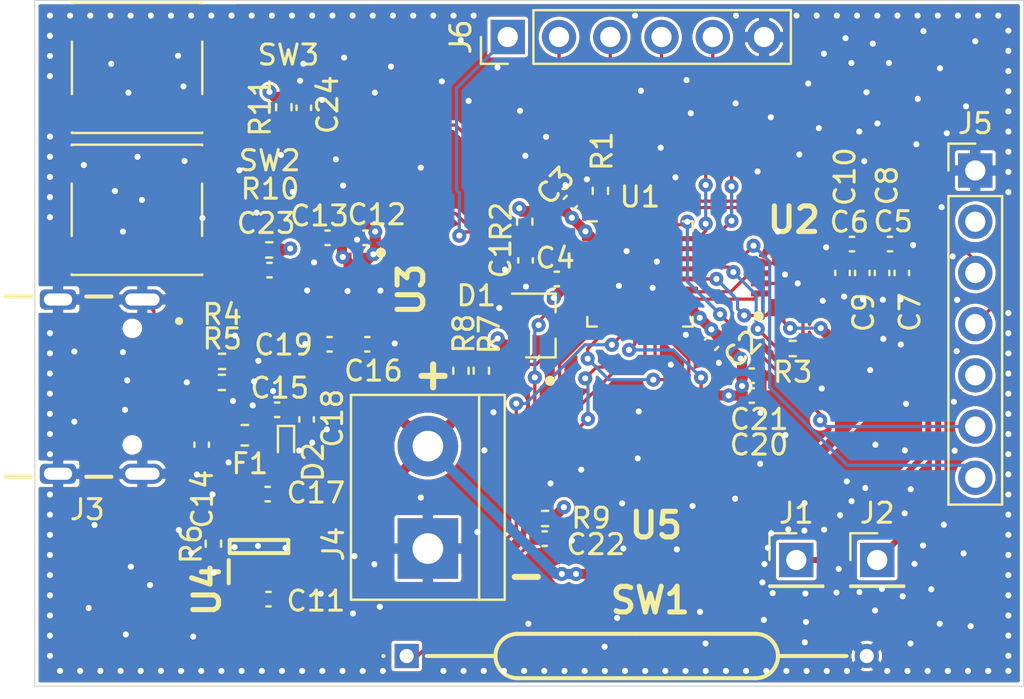
<source format=kicad_pcb>
(kicad_pcb (version 20171130) (host pcbnew "(5.1.12)-1")
  (layers (0 F.Cu signal) (1 In1.Cu signal) (2 In2.Cu signal) (31 B.Cu signal) (34 B.Paste user) (35 F.Paste user) (36 B.SilkS user) (37 F.SilkS user) (38 B.Mask user) (39 F.Mask user) (44 Edge.Cuts user))
  (net 0 "")
  (net 1 GND)
  (net 2 +3V3)
  (net 3 +BATT)
  (net 4 "Net-(C14-Pad1)")
  (net 5 VBUS)
  (net 6 ~CHRG_STATUS)
  (net 7 "Net-(J1-Pad1)")
  (net 8 "Net-(J2-Pad1)")
  (net 9 "Net-(J3-PadB8)")
  (net 10 "Net-(J3-PadA5)")
  (net 11 "Net-(J3-PadA7)")
  (net 12 "Net-(J3-PadB5)")
  (net 13 "Net-(J3-PadA8)")
  (net 14 "Net-(J3-PadA6)")
  (net 15 "Net-(R1-Pad2)")
  (net 16 ~SD_MODE)
  (net 17 "Net-(R3-Pad1)")
  (net 18 "Net-(U1-Pad10)")
  (net 19 SAI_SCK)
  (net 20 SAI_FS)
  (net 21 SAI_SD)
  (net 22 "Net-(U3-Pad4)")
  (net 23 "Net-(R6-Pad1)")
  (net 24 /uC/FLASH_IO0)
  (net 25 /uC/FLASH_IO1)
  (net 26 /uC/FLASH_IO2)
  (net 27 /uC/FLASH_IO3)
  (net 28 /uC/FLASH_CLK)
  (net 29 /uC/FLASH_CS)
  (net 30 /uC/~NRST)
  (net 31 /uC/SWCLK)
  (net 32 /uC/SWDIO)
  (net 33 RS)
  (net 34 BUTTON_1)
  (net 35 BUTTON_2)
  (net 36 BATT)
  (net 37 CS)
  (net 38 DC)
  (net 39 "Net-(J5-Pad5)")
  (net 40 MOSI)
  (net 41 SCK)
  (net 42 /uC/RX)
  (net 43 /uC/TX)
  (net 44 "Net-(U1-Pad27)")
  (net 45 "Net-(J3-PadB7)")
  (net 46 "Net-(J3-PadB6)")
  (module Connector_PinHeader_2.54mm:PinHeader_1x07_P2.54mm_Vertical (layer F.Cu) (at 153.11 70.43)
    (fp_text reference J5 (at 0 -2.33) (layer F.SilkS))
    (fp_text value SSD1306)
    (pad 7 thru_hole oval (at 0 15.24) (size 1.7 1.7) (drill 1) (layers *.Cu *.Mask) (net 37 CS))
    (pad 6 thru_hole oval (at 0 12.7) (size 1.7 1.7) (drill 1) (layers *.Cu *.Mask) (net 38 DC))
    (pad 5 thru_hole oval (at 0 10.16) (size 1.7 1.7) (drill 1) (layers *.Cu *.Mask) (net 39 "Net-(J5-Pad5)"))
    (pad 4 thru_hole oval (at 0 7.62) (size 1.7 1.7) (drill 1) (layers *.Cu *.Mask) (net 40 MOSI))
    (pad 3 thru_hole oval (at 0 5.08) (size 1.7 1.7) (drill 1) (layers *.Cu *.Mask) (net 41 SCK))
    (pad 2 thru_hole oval (at 0 2.54) (size 1.7 1.7) (drill 1) (layers *.Cu *.Mask) (net 2 +3V3))
    (pad 1 thru_hole rect (at 0 0) (size 1.7 1.7) (drill 1) (layers *.Cu *.Mask) (net 1 GND))
  )
  (module Connector_PinHeader_2.54mm:PinHeader_1x06_P2.54mm_Vertical (layer F.Cu) (at 129.94 63.81 90)
    (fp_text reference J6 (at 0 -2.33 90) (layer F.SilkS))
    (fp_text value Conn_01x06)
    (pad 6 thru_hole oval (at 0 12.7 90) (size 1.7 1.7) (drill 1) (layers *.Cu *.Mask) (net 1 GND))
    (pad 5 thru_hole oval (at 0 10.16 90) (size 1.7 1.7) (drill 1) (layers *.Cu *.Mask) (net 32 /uC/SWDIO))
    (pad 4 thru_hole oval (at 0 7.62 90) (size 1.7 1.7) (drill 1) (layers *.Cu *.Mask) (net 31 /uC/SWCLK))
    (pad 3 thru_hole oval (at 0 5.08 90) (size 1.7 1.7) (drill 1) (layers *.Cu *.Mask) (net 43 /uC/TX))
    (pad 2 thru_hole oval (at 0 2.54 90) (size 1.7 1.7) (drill 1) (layers *.Cu *.Mask) (net 42 /uC/RX))
    (pad 1 thru_hole rect (at 0 0 90) (size 1.7 1.7) (drill 1) (layers *.Cu *.Mask) (net 30 /uC/~NRST))
  )
  (module Footprints:GCT_USB4105GFA120 (layer F.Cu) (at 107.65 81.15 270)
    (fp_text reference J3 (at 6.1 -1.45 180) (layer F.SilkS))
    (fp_text value USB4105GFA120)
    (pad B8 smd rect (at -1.75 -4.755 270) (size 0.3 1.15) (layers F.Cu F.Paste F.Mask) (net 9 "Net-(J3-PadB8)"))
    (pad A5 smd rect (at -1.25 -4.755 270) (size 0.3 1.15) (layers F.Cu F.Paste F.Mask) (net 10 "Net-(J3-PadA5)"))
    (pad B7 smd rect (at -0.75 -4.755 270) (size 0.3 1.15) (layers F.Cu F.Paste F.Mask) (net 45 "Net-(J3-PadB7)"))
    (pad B5 smd rect (at 1.75 -4.755 270) (size 0.3 1.15) (layers F.Cu F.Paste F.Mask) (net 12 "Net-(J3-PadB5)"))
    (pad A8 smd rect (at 1.25 -4.755 270) (size 0.3 1.15) (layers F.Cu F.Paste F.Mask) (net 13 "Net-(J3-PadA8)"))
    (pad B6 smd rect (at 0.75 -4.755 270) (size 0.3 1.15) (layers F.Cu F.Paste F.Mask) (net 46 "Net-(J3-PadB6)"))
    (pad A6 smd rect (at -0.25 -4.755 270) (size 0.3 1.15) (layers F.Cu F.Paste F.Mask) (net 14 "Net-(J3-PadA6)"))
    (pad A7 smd rect (at 0.25 -4.755 270) (size 0.3 1.15) (layers F.Cu F.Paste F.Mask) (net 11 "Net-(J3-PadA7)"))
    (pad B4_A9 smd rect (at 2.4 -4.755 270) (size 0.6 1.15) (layers F.Cu F.Paste F.Mask) (net 4 "Net-(C14-Pad1)"))
    (pad A4_B9 smd rect (at -2.4 -4.755 270) (size 0.6 1.15) (layers F.Cu F.Paste F.Mask) (net 4 "Net-(C14-Pad1)"))
    (pad B1_A12 smd rect (at 3.2 -4.755 270) (size 0.6 1.15) (layers F.Cu F.Paste F.Mask) (net 1 GND))
    (pad A1_B12 smd rect (at -3.2 -4.755 270) (size 0.6 1.15) (layers F.Cu F.Paste F.Mask) (net 1 GND))
    (pad None np_thru_hole circle (at -2.89 -3.68 270) (size 0.65 0.65) (drill 0.65) (layers *.Cu *.Mask))
    (pad None np_thru_hole circle (at 2.89 -3.68 270) (size 0.65 0.65) (drill 0.65) (layers *.Cu *.Mask))
    (pad SH2 thru_hole oval (at 4.32 -4.18 270) (size 1 2.1) (drill oval 0.6 1.7) (layers *.Cu *.Mask) (net 1 GND))
    (pad SH1 thru_hole oval (at -4.32 -4.18 270) (size 1 2.1) (drill oval 0.6 1.7) (layers *.Cu *.Mask) (net 1 GND))
    (pad SH4 thru_hole roundrect (at 4.32 0 270) (size 1 1.8) (drill oval 0.6 1.4) (layers *.Cu *.Mask) (net 1 GND))
    (pad SH3 thru_hole roundrect (at -4.32 0 270) (size 1 1.8) (drill oval 0.6 1.4) (layers *.Cu *.Mask) (net 1 GND))
  )
  (module Footprints:ORD3242030AT (layer F.Cu) (at 124.93 94.51)
    (fp_text reference SW1 (at 12.07 -2.76) (layer F.SilkS) (effects (font (size 1.27 1.27) (thickness 0.254))))
    (fp_text value " " hide)
    (pad 2 thru_hole circle (at 22.8 0) (size 1.2 1.2) (drill 0.7) (layers *.Cu *.Mask) (net 1 GND))
    (pad 1 thru_hole rect (at 0 0) (size 1.2 1.2) (drill 0.7) (layers *.Cu *.Mask) (net 33 RS))
  )
  (module Connector_PinHeader_2.54mm:PinHeader_1x01_P2.54mm_Vertical (layer F.Cu) (at 144.24 89.75)
    (fp_text reference J1 (at 0 -2.33) (layer F.SilkS))
    (fp_text value SPEAKER+)
    (pad 1 thru_hole rect (at 0 0) (size 1.7 1.7) (drill 1) (layers *.Cu *.Mask) (net 7 "Net-(J1-Pad1)"))
  )
  (module Button_Switch_SMD:SW_Push_1P1T_NO_6x6mm_H9.5mm (layer F.Cu) (at 111.57 65.34 180)
    (fp_text reference SW3 (at -7.5 0.64) (layer F.SilkS))
    (fp_text value SW_Push)
    (pad 2 smd rect (at 3.975 2.25 180) (size 1.55 1.3) (layers F.Cu F.Paste F.Mask) (net 1 GND))
    (pad 1 smd rect (at 3.975 -2.25 180) (size 1.55 1.3) (layers F.Cu F.Paste F.Mask) (net 35 BUTTON_2))
    (pad 1 smd rect (at -3.975 -2.25 180) (size 1.55 1.3) (layers F.Cu F.Paste F.Mask) (net 35 BUTTON_2))
    (pad 2 smd rect (at -3.975 2.25 180) (size 1.55 1.3) (layers F.Cu F.Paste F.Mask) (net 1 GND))
  )
  (module Button_Switch_SMD:SW_Push_1P1T_NO_6x6mm_H9.5mm (layer F.Cu) (at 111.56 72.38 180)
    (fp_text reference SW2 (at -6.58 2.44) (layer F.SilkS))
    (fp_text value SW_Push)
    (pad 2 smd rect (at 3.975 2.25 180) (size 1.55 1.3) (layers F.Cu F.Paste F.Mask) (net 1 GND))
    (pad 1 smd rect (at 3.975 -2.25 180) (size 1.55 1.3) (layers F.Cu F.Paste F.Mask) (net 34 BUTTON_1))
    (pad 1 smd rect (at -3.975 -2.25 180) (size 1.55 1.3) (layers F.Cu F.Paste F.Mask) (net 34 BUTTON_1))
    (pad 2 smd rect (at -3.975 2.25 180) (size 1.55 1.3) (layers F.Cu F.Paste F.Mask) (net 1 GND))
  )
  (module Resistor_SMD:R_0402_1005Metric (layer F.Cu) (at 118.84 67.29 90)
    (fp_text reference R11 (at 0 -1.17 90) (layer F.SilkS))
    (fp_text value 10k/1%/0.063W)
    (pad 2 smd roundrect (at 0.51 0 90) (size 0.54 0.64) (layers F.Cu F.Paste F.Mask) (net 2 +3V3))
    (pad 1 smd roundrect (at -0.51 0 90) (size 0.54 0.64) (layers F.Cu F.Paste F.Mask) (net 35 BUTTON_2))
  )
  (module Resistor_SMD:R_0402_1005Metric (layer F.Cu) (at 118.12 74.37)
    (fp_text reference R10 (at 0.04 -3.02) (layer F.SilkS))
    (fp_text value 10k/1%/0.063W)
    (pad 2 smd roundrect (at 0.51 0) (size 0.54 0.64) (layers F.Cu F.Paste F.Mask) (net 2 +3V3))
    (pad 1 smd roundrect (at -0.51 0) (size 0.54 0.64) (layers F.Cu F.Paste F.Mask) (net 34 BUTTON_1))
  )
  (module Capacitor_SMD:C_0402_1005Metric (layer F.Cu) (at 119.83 67.32 90)
    (fp_text reference C24 (at 0.15 1.18 90) (layer F.SilkS))
    (fp_text value 100n/16V/X5R)
    (pad 2 smd roundrect (at 0.48 0 90) (size 0.56 0.62) (layers F.Cu F.Paste F.Mask) (net 1 GND))
    (pad 1 smd roundrect (at -0.48 0 90) (size 0.56 0.62) (layers F.Cu F.Paste F.Mask) (net 35 BUTTON_2))
  )
  (module Capacitor_SMD:C_0402_1005Metric (layer F.Cu) (at 118.13 75.37)
    (fp_text reference C23 (at -0.17 -2.32) (layer F.SilkS))
    (fp_text value 100n/16V/X5R)
    (pad 2 smd roundrect (at 0.48 0) (size 0.56 0.62) (layers F.Cu F.Paste F.Mask) (net 1 GND))
    (pad 1 smd roundrect (at -0.48 0) (size 0.56 0.62) (layers F.Cu F.Paste F.Mask) (net 34 BUTTON_1))
  )
  (module Footprints:QFN50P300X300X80-17N (layer F.Cu) (at 143.87 75.78 90)
    (fp_text reference U2 (at 2.9 0.25 180) (layer F.SilkS) (effects (font (size 1.27 1.27) (thickness 0.254))))
    (fp_text value " " hide)
    (pad 17 smd rect (at 0 0 90) (size 1.25 1.25) (layers F.Cu F.Paste F.Mask) (net 1 GND))
    (pad 16 smd rect (at -0.75 -1.45 90) (size 0.3 0.85) (layers F.Cu F.Paste F.Mask) (net 19 SAI_SCK))
    (pad 15 smd rect (at -0.25 -1.45 90) (size 0.3 0.85) (layers F.Cu F.Paste F.Mask) (net 1 GND))
    (pad 14 smd rect (at 0.25 -1.45 90) (size 0.3 0.85) (layers F.Cu F.Paste F.Mask) (net 20 SAI_FS))
    (pad 13 smd rect (at 0.75 -1.45 90) (size 0.3 0.85) (layers F.Cu F.Paste F.Mask) (net 1 GND))
    (pad 12 smd rect (at 1.45 -0.75 180) (size 0.3 0.85) (layers F.Cu F.Paste F.Mask) (net 1 GND))
    (pad 11 smd rect (at 1.45 -0.25 180) (size 0.3 0.85) (layers F.Cu F.Paste F.Mask) (net 1 GND))
    (pad 10 smd rect (at 1.45 0.25 180) (size 0.3 0.85) (layers F.Cu F.Paste F.Mask) (net 8 "Net-(J2-Pad1)"))
    (pad 9 smd rect (at 1.45 0.75 180) (size 0.3 0.85) (layers F.Cu F.Paste F.Mask) (net 7 "Net-(J1-Pad1)"))
    (pad 8 smd rect (at 0.75 1.45 90) (size 0.3 0.85) (layers F.Cu F.Paste F.Mask) (net 3 +BATT))
    (pad 7 smd rect (at 0.25 1.45 90) (size 0.3 0.85) (layers F.Cu F.Paste F.Mask) (net 3 +BATT))
    (pad 6 smd rect (at -0.25 1.45 90) (size 0.3 0.85) (layers F.Cu F.Paste F.Mask) (net 1 GND))
    (pad 5 smd rect (at -0.75 1.45 90) (size 0.3 0.85) (layers F.Cu F.Paste F.Mask) (net 1 GND))
    (pad 4 smd rect (at -1.45 0.75 180) (size 0.3 0.85) (layers F.Cu F.Paste F.Mask) (net 17 "Net-(R3-Pad1)"))
    (pad 3 smd rect (at -1.45 0.25 180) (size 0.3 0.85) (layers F.Cu F.Paste F.Mask) (net 1 GND))
    (pad 2 smd rect (at -1.45 -0.25 180) (size 0.3 0.85) (layers F.Cu F.Paste F.Mask) (net 3 +BATT))
    (pad 1 smd rect (at -1.45 -0.75 180) (size 0.3 0.85) (layers F.Cu F.Paste F.Mask) (net 21 SAI_SD))
  )
  (module Resistor_SMD:R_0402_1005Metric (layer F.Cu) (at 144.06 79.26 180)
    (fp_text reference R3 (at 0 -1.17) (layer F.SilkS))
    (fp_text value 0R)
    (pad 2 smd roundrect (at 0.51 0 180) (size 0.54 0.64) (layers F.Cu F.Paste F.Mask) (net 16 ~SD_MODE))
    (pad 1 smd roundrect (at -0.51 0 180) (size 0.54 0.64) (layers F.Cu F.Paste F.Mask) (net 17 "Net-(R3-Pad1)"))
  )
  (module Connector_PinHeader_2.54mm:PinHeader_1x01_P2.54mm_Vertical (layer F.Cu) (at 148.25 89.75)
    (fp_text reference J2 (at 0 -2.33) (layer F.SilkS))
    (fp_text value SPEAKER-)
    (pad 1 thru_hole rect (at 0 0) (size 1.7 1.7) (drill 1) (layers *.Cu *.Mask) (net 8 "Net-(J2-Pad1)"))
  )
  (module Capacitor_SMD:C_0402_1005Metric (layer F.Cu) (at 146.53 75.51 270)
    (fp_text reference C10 (at -4.77 -0.12 90) (layer F.SilkS))
    (fp_text value 100n/16V/X5R)
    (pad 2 smd roundrect (at 0.48 0 270) (size 0.56 0.62) (layers F.Cu F.Paste F.Mask) (net 1 GND))
    (pad 1 smd roundrect (at -0.48 0 270) (size 0.56 0.62) (layers F.Cu F.Paste F.Mask) (net 3 +BATT))
  )
  (module Capacitor_SMD:C_0402_1005Metric (layer F.Cu) (at 147.51 75.51 270)
    (fp_text reference C9 (at 1.96 -0.06 90) (layer F.SilkS))
    (fp_text value 4.7u/16V/X5R)
    (pad 2 smd roundrect (at 0.48 0 270) (size 0.56 0.62) (layers F.Cu F.Paste F.Mask) (net 1 GND))
    (pad 1 smd roundrect (at -0.48 0 270) (size 0.56 0.62) (layers F.Cu F.Paste F.Mask) (net 3 +BATT))
  )
  (module Capacitor_SMD:C_0402_1005Metric (layer F.Cu) (at 148.49 75.51 270)
    (fp_text reference C8 (at -4.33 -0.25 90) (layer F.SilkS))
    (fp_text value 4.7u/16V/X5R)
    (pad 2 smd roundrect (at 0.48 0 270) (size 0.56 0.62) (layers F.Cu F.Paste F.Mask) (net 1 GND))
    (pad 1 smd roundrect (at -0.48 0 270) (size 0.56 0.62) (layers F.Cu F.Paste F.Mask) (net 3 +BATT))
  )
  (module Capacitor_SMD:C_0402_1005Metric (layer F.Cu) (at 149.47 75.51 270)
    (fp_text reference C7 (at 1.95 -0.4 90) (layer F.SilkS))
    (fp_text value 4.7u/16V/X5R)
    (pad 2 smd roundrect (at 0.48 0 270) (size 0.56 0.62) (layers F.Cu F.Paste F.Mask) (net 1 GND))
    (pad 1 smd roundrect (at -0.48 0 270) (size 0.56 0.62) (layers F.Cu F.Paste F.Mask) (net 3 +BATT))
  )
  (module Capacitor_SMD:C_0402_1005Metric (layer F.Cu) (at 147 74.08)
    (fp_text reference C6 (at -0.13 -1.09) (layer F.SilkS))
    (fp_text value 4.7u/16V/X5R)
    (pad 2 smd roundrect (at 0.48 0) (size 0.56 0.62) (layers F.Cu F.Paste F.Mask) (net 1 GND))
    (pad 1 smd roundrect (at -0.48 0) (size 0.56 0.62) (layers F.Cu F.Paste F.Mask) (net 3 +BATT))
  )
  (module Capacitor_SMD:C_0402_1005Metric (layer F.Cu) (at 148.88 74.08)
    (fp_text reference C5 (at 0.16 -1.11) (layer F.SilkS))
    (fp_text value 4.7u/16V/X5R)
    (pad 2 smd roundrect (at 0.48 0) (size 0.56 0.62) (layers F.Cu F.Paste F.Mask) (net 1 GND))
    (pad 1 smd roundrect (at -0.48 0) (size 0.56 0.62) (layers F.Cu F.Paste F.Mask) (net 3 +BATT))
  )
  (module Footprints:SON127P800X600X80-9N-D (layer F.Cu) (at 136.41 83.49)
    (fp_text reference U5 (at 0.87 4.54) (layer F.SilkS) (effects (font (size 1.27 1.27) (thickness 0.254))))
    (fp_text value " " hide)
    (pad 9 smd rect (at 0 0) (size 3.45 4.35) (layers F.Cu F.Paste F.Mask) (net 1 GND))
    (pad 8 smd rect (at 3.9 -1.905 90) (size 0.45 0.95) (layers F.Cu F.Paste F.Mask) (net 2 +3V3))
    (pad 7 smd rect (at 3.9 -0.635 90) (size 0.45 0.95) (layers F.Cu F.Paste F.Mask) (net 27 /uC/FLASH_IO3))
    (pad 6 smd rect (at 3.9 0.635 90) (size 0.45 0.95) (layers F.Cu F.Paste F.Mask) (net 28 /uC/FLASH_CLK))
    (pad 5 smd rect (at 3.9 1.905 90) (size 0.45 0.95) (layers F.Cu F.Paste F.Mask) (net 24 /uC/FLASH_IO0))
    (pad 4 smd rect (at -3.9 1.905 90) (size 0.45 0.95) (layers F.Cu F.Paste F.Mask) (net 1 GND))
    (pad 3 smd rect (at -3.9 0.635 90) (size 0.45 0.95) (layers F.Cu F.Paste F.Mask) (net 26 /uC/FLASH_IO2))
    (pad 2 smd rect (at -3.9 -0.635 90) (size 0.45 0.95) (layers F.Cu F.Paste F.Mask) (net 25 /uC/FLASH_IO1))
    (pad 1 smd rect (at -3.9 -1.905 90) (size 0.45 0.95) (layers F.Cu F.Paste F.Mask) (net 29 /uC/FLASH_CS))
  )
  (module Package_DFN_QFN:QFN-32-1EP_5x5mm_P0.5mm_EP3.45x3.45mm (layer F.Cu) (at 136.49 75.56)
    (fp_text reference U1 (at 0 -3.82) (layer F.SilkS))
    (fp_text value STM32L431KBUx)
    (pad 33 smd rect (at 0 0) (size 3.45 3.45) (layers F.Cu F.Mask) (net 1 GND))
    (pad 32 smd roundrect (at -1.75 -2.4375) (size 0.25 0.875) (layers F.Cu F.Paste F.Mask) (net 1 GND))
    (pad 31 smd roundrect (at -1.25 -2.4375) (size 0.25 0.875) (layers F.Cu F.Paste F.Mask) (net 15 "Net-(R1-Pad2)"))
    (pad 30 smd roundrect (at -0.75 -2.4375) (size 0.25 0.875) (layers F.Cu F.Paste F.Mask) (net 42 /uC/RX))
    (pad 29 smd roundrect (at -0.25 -2.4375) (size 0.25 0.875) (layers F.Cu F.Paste F.Mask) (net 43 /uC/TX))
    (pad 28 smd roundrect (at 0.25 -2.4375) (size 0.25 0.875) (layers F.Cu F.Paste F.Mask) (net 40 MOSI))
    (pad 27 smd roundrect (at 0.75 -2.4375) (size 0.25 0.875) (layers F.Cu F.Paste F.Mask) (net 44 "Net-(U1-Pad27)"))
    (pad 26 smd roundrect (at 1.25 -2.4375) (size 0.25 0.875) (layers F.Cu F.Paste F.Mask) (net 41 SCK))
    (pad 25 smd roundrect (at 1.75 -2.4375) (size 0.25 0.875) (layers F.Cu F.Paste F.Mask) (net 38 DC))
    (pad 24 smd roundrect (at 2.4375 -1.75) (size 0.875 0.25) (layers F.Cu F.Paste F.Mask) (net 31 /uC/SWCLK))
    (pad 23 smd roundrect (at 2.4375 -1.25) (size 0.875 0.25) (layers F.Cu F.Paste F.Mask) (net 32 /uC/SWDIO))
    (pad 22 smd roundrect (at 2.4375 -0.75) (size 0.875 0.25) (layers F.Cu F.Paste F.Mask) (net 37 CS))
    (pad 21 smd roundrect (at 2.4375 -0.25) (size 0.875 0.25) (layers F.Cu F.Paste F.Mask) (net 16 ~SD_MODE))
    (pad 20 smd roundrect (at 2.4375 0.25) (size 0.875 0.25) (layers F.Cu F.Paste F.Mask) (net 21 SAI_SD))
    (pad 19 smd roundrect (at 2.4375 0.75) (size 0.875 0.25) (layers F.Cu F.Paste F.Mask) (net 20 SAI_FS))
    (pad 18 smd roundrect (at 2.4375 1.25) (size 0.875 0.25) (layers F.Cu F.Paste F.Mask) (net 19 SAI_SCK))
    (pad 17 smd roundrect (at 2.4375 1.75) (size 0.875 0.25) (layers F.Cu F.Paste F.Mask) (net 2 +3V3))
    (pad 16 smd roundrect (at 1.75 2.4375) (size 0.25 0.875) (layers F.Cu F.Paste F.Mask) (net 1 GND))
    (pad 15 smd roundrect (at 1.25 2.4375) (size 0.25 0.875) (layers F.Cu F.Paste F.Mask) (net 24 /uC/FLASH_IO0))
    (pad 14 smd roundrect (at 0.75 2.4375) (size 0.25 0.875) (layers F.Cu F.Paste F.Mask) (net 25 /uC/FLASH_IO1))
    (pad 13 smd roundrect (at 0.25 2.4375) (size 0.25 0.875) (layers F.Cu F.Paste F.Mask) (net 26 /uC/FLASH_IO2))
    (pad 12 smd roundrect (at -0.25 2.4375) (size 0.25 0.875) (layers F.Cu F.Paste F.Mask) (net 27 /uC/FLASH_IO3))
    (pad 11 smd roundrect (at -0.75 2.4375) (size 0.25 0.875) (layers F.Cu F.Paste F.Mask) (net 6 ~CHRG_STATUS))
    (pad 10 smd roundrect (at -1.25 2.4375) (size 0.25 0.875) (layers F.Cu F.Paste F.Mask) (net 18 "Net-(U1-Pad10)"))
    (pad 9 smd roundrect (at -1.75 2.4375) (size 0.25 0.875) (layers F.Cu F.Paste F.Mask) (net 28 /uC/FLASH_CLK))
    (pad 8 smd roundrect (at -2.4375 1.75) (size 0.875 0.25) (layers F.Cu F.Paste F.Mask) (net 29 /uC/FLASH_CS))
    (pad 7 smd roundrect (at -2.4375 1.25) (size 0.875 0.25) (layers F.Cu F.Paste F.Mask) (net 36 BATT))
    (pad 6 smd roundrect (at -2.4375 0.75) (size 0.875 0.25) (layers F.Cu F.Paste F.Mask) (net 33 RS))
    (pad 5 smd roundrect (at -2.4375 0.25) (size 0.875 0.25) (layers F.Cu F.Paste F.Mask) (net 2 +3V3))
    (pad 4 smd roundrect (at -2.4375 -0.25) (size 0.875 0.25) (layers F.Cu F.Paste F.Mask) (net 30 /uC/~NRST))
    (pad 3 smd roundrect (at -2.4375 -0.75) (size 0.875 0.25) (layers F.Cu F.Paste F.Mask) (net 34 BUTTON_1))
    (pad 2 smd roundrect (at -2.4375 -1.25) (size 0.875 0.25) (layers F.Cu F.Paste F.Mask) (net 35 BUTTON_2))
    (pad 1 smd roundrect (at -2.4375 -1.75) (size 0.875 0.25) (layers F.Cu F.Paste F.Mask) (net 2 +3V3))
  )
  (module Resistor_SMD:R_0402_1005Metric (layer F.Cu) (at 131.79 87.69)
    (fp_text reference R9 (at 2.28 -0.02) (layer F.SilkS))
    (fp_text value 10Meg/1%/0.063W)
    (pad 2 smd roundrect (at 0.51 0) (size 0.54 0.64) (layers F.Cu F.Paste F.Mask) (net 2 +3V3))
    (pad 1 smd roundrect (at -0.51 0) (size 0.54 0.64) (layers F.Cu F.Paste F.Mask) (net 33 RS))
  )
  (module Resistor_SMD:R_0402_1005Metric (layer F.Cu) (at 127.62 80.36 270)
    (fp_text reference R8 (at -1.84 -0.14 90) (layer F.SilkS))
    (fp_text value 100k/1%/0.063W)
    (pad 2 smd roundrect (at 0.51 0 270) (size 0.54 0.64) (layers F.Cu F.Paste F.Mask) (net 36 BATT))
    (pad 1 smd roundrect (at -0.51 0 270) (size 0.54 0.64) (layers F.Cu F.Paste F.Mask) (net 1 GND))
  )
  (module Resistor_SMD:R_0402_1005Metric (layer F.Cu) (at 128.63 80.36 270)
    (fp_text reference R7 (at -1.8 -0.39 90) (layer F.SilkS))
    (fp_text value 100k/1%/0.063W)
    (pad 2 smd roundrect (at 0.51 0 270) (size 0.54 0.64) (layers F.Cu F.Paste F.Mask) (net 3 +BATT))
    (pad 1 smd roundrect (at -0.51 0 270) (size 0.54 0.64) (layers F.Cu F.Paste F.Mask) (net 36 BATT))
  )
  (module Resistor_SMD:R_0402_1005Metric (layer F.Cu) (at 130.78 72.97 90)
    (fp_text reference R2 (at 0 -1.17 90) (layer F.SilkS))
    (fp_text value 10k/1%/0.063W)
    (pad 2 smd roundrect (at 0.51 0 90) (size 0.54 0.64) (layers F.Cu F.Paste F.Mask) (net 2 +3V3))
    (pad 1 smd roundrect (at -0.51 0 90) (size 0.54 0.64) (layers F.Cu F.Paste F.Mask) (net 30 /uC/~NRST))
  )
  (module Resistor_SMD:R_0402_1005Metric (layer F.Cu) (at 134.53 71.44 270)
    (fp_text reference R1 (at -1.97 -0.08 90) (layer F.SilkS))
    (fp_text value 10k/1%/0.063W)
    (pad 2 smd roundrect (at 0.51 0 270) (size 0.54 0.64) (layers F.Cu F.Paste F.Mask) (net 15 "Net-(R1-Pad2)"))
    (pad 1 smd roundrect (at -0.51 0 270) (size 0.54 0.64) (layers F.Cu F.Paste F.Mask) (net 1 GND))
  )
  (module Package_TO_SOT_SMD:SOT-23 (layer F.Cu) (at 131.55 78.12)
    (fp_text reference D1 (at -3.17 -1.48) (layer F.SilkS))
    (fp_text value BAT54S)
    (pad 3 smd rect (at 1 0) (size 0.9 0.8) (layers F.Cu F.Paste F.Mask) (net 36 BATT))
    (pad 2 smd rect (at -1 0.95) (size 0.9 0.8) (layers F.Cu F.Paste F.Mask) (net 2 +3V3))
    (pad 1 smd rect (at -1 -0.95) (size 0.9 0.8) (layers F.Cu F.Paste F.Mask) (net 1 GND))
  )
  (module Capacitor_SMD:C_0402_1005Metric (layer F.Cu) (at 131.77 88.69)
    (fp_text reference C22 (at 2.53 0.29) (layer F.SilkS))
    (fp_text value 100n/16V/X5R)
    (pad 2 smd roundrect (at 0.48 0) (size 0.56 0.62) (layers F.Cu F.Paste F.Mask) (net 1 GND))
    (pad 1 smd roundrect (at -0.48 0) (size 0.56 0.62) (layers F.Cu F.Paste F.Mask) (net 33 RS))
  )
  (module Capacitor_SMD:C_0402_1005Metric (layer F.Cu) (at 142.03 80.61 180)
    (fp_text reference C21 (at -0.37 -2.16) (layer F.SilkS))
    (fp_text value 4.7u/16V/X5R)
    (pad 2 smd roundrect (at 0.48 0 180) (size 0.56 0.62) (layers F.Cu F.Paste F.Mask) (net 2 +3V3))
    (pad 1 smd roundrect (at -0.48 0 180) (size 0.56 0.62) (layers F.Cu F.Paste F.Mask) (net 1 GND))
  )
  (module Capacitor_SMD:C_0402_1005Metric (layer F.Cu) (at 142.03 81.59 180)
    (fp_text reference C20 (at -0.36 -2.45) (layer F.SilkS))
    (fp_text value 100n/16V/X5R)
    (pad 2 smd roundrect (at 0.48 0 180) (size 0.56 0.62) (layers F.Cu F.Paste F.Mask) (net 2 +3V3))
    (pad 1 smd roundrect (at -0.48 0 180) (size 0.56 0.62) (layers F.Cu F.Paste F.Mask) (net 1 GND))
  )
  (module Capacitor_SMD:C_0402_1005Metric (layer F.Cu) (at 132.37 75.81)
    (fp_text reference C4 (at -0.08 -1.04) (layer F.SilkS))
    (fp_text value 4.7u/16V/X5R)
    (pad 2 smd roundrect (at 0.48 0) (size 0.56 0.62) (layers F.Cu F.Paste F.Mask) (net 2 +3V3))
    (pad 1 smd roundrect (at -0.48 0) (size 0.56 0.62) (layers F.Cu F.Paste F.Mask) (net 1 GND))
  )
  (module Capacitor_SMD:C_0402_1005Metric (layer F.Cu) (at 133.04 72.02 225)
    (fp_text reference C3 (at -0.056569 1.103087 45) (layer F.SilkS))
    (fp_text value 4.7u/16V/X5R)
    (pad 2 smd roundrect (at 0.48 0 225) (size 0.56 0.62) (layers F.Cu F.Paste F.Mask) (net 2 +3V3))
    (pad 1 smd roundrect (at -0.48 0 225) (size 0.56 0.62) (layers F.Cu F.Paste F.Mask) (net 1 GND))
  )
  (module Capacitor_SMD:C_0402_1005Metric (layer F.Cu) (at 140.04 79 45)
    (fp_text reference C2 (at 0.883883 1.294005 45) (layer F.SilkS))
    (fp_text value 4.7u/16V/X5R)
    (pad 2 smd roundrect (at 0.48 0 45) (size 0.56 0.62) (layers F.Cu F.Paste F.Mask) (net 2 +3V3))
    (pad 1 smd roundrect (at -0.48 0 45) (size 0.56 0.62) (layers F.Cu F.Paste F.Mask) (net 1 GND))
  )
  (module Capacitor_SMD:C_0402_1005Metric (layer F.Cu) (at 130.82 74.89 270)
    (fp_text reference C1 (at -0.08 1.23 90) (layer F.SilkS))
    (fp_text value 100n/16V/X5R)
    (pad 2 smd roundrect (at 0.48 0 270) (size 0.56 0.62) (layers F.Cu F.Paste F.Mask) (net 1 GND))
    (pad 1 smd roundrect (at -0.48 0 270) (size 0.56 0.62) (layers F.Cu F.Paste F.Mask) (net 30 /uC/~NRST))
  )
  (module Diode_SMD:D_SOD-923 (layer F.Cu) (at 118.95 83.9 270)
    (fp_text reference D2 (at 0.99 -1.35 90) (layer F.SilkS))
    (fp_text value ESD9B5.0ST5G)
    (pad 2 smd rect (at 0.42 0 90) (size 0.36 0.25) (layers F.Cu F.Paste F.Mask) (net 1 GND))
    (pad 1 smd rect (at -0.42 0 90) (size 0.36 0.25) (layers F.Cu F.Paste F.Mask) (net 5 VBUS))
  )
  (module Footprints:SOT95P280X110-5N (layer F.Cu) (at 117.61 89.08 90)
    (fp_text reference U4 (at -2.16 -2.58 90) (layer F.SilkS) (effects (font (size 1.27 1.27) (thickness 0.254))))
    (fp_text value " " hide)
    (pad 5 smd rect (at 1.25 -0.95 180) (size 0.6 1.15) (layers F.Cu F.Paste F.Mask) (net 23 "Net-(R6-Pad1)"))
    (pad 4 smd rect (at 1.25 0.95 180) (size 0.6 1.15) (layers F.Cu F.Paste F.Mask) (net 5 VBUS))
    (pad 3 smd rect (at -1.25 0.95 180) (size 0.6 1.15) (layers F.Cu F.Paste F.Mask) (net 3 +BATT))
    (pad 2 smd rect (at -1.25 0 180) (size 0.6 1.15) (layers F.Cu F.Paste F.Mask) (net 1 GND))
    (pad 1 smd rect (at -1.25 -0.95 180) (size 0.6 1.15) (layers F.Cu F.Paste F.Mask) (net 6 ~CHRG_STATUS))
  )
  (module Footprints:SON95P300X300X100-7N-D (layer F.Cu) (at 122 76.41 270)
    (fp_text reference U3 (at -0.06 -3.15 90) (layer F.SilkS) (effects (font (size 1.27 1.27) (thickness 0.254))))
    (fp_text value " " hide)
    (pad 7 smd rect (at 0 0 270) (size 1.75 2.5) (layers F.Cu F.Paste F.Mask) (net 1 GND))
    (pad 6 smd rect (at 1.5 -0.95) (size 0.4 0.8) (layers F.Cu F.Paste F.Mask) (net 3 +BATT))
    (pad 5 smd rect (at 1.5 0) (size 0.4 0.8) (layers F.Cu F.Paste F.Mask) (net 3 +BATT))
    (pad 4 smd rect (at 1.5 0.95) (size 0.4 0.8) (layers F.Cu F.Paste F.Mask) (net 22 "Net-(U3-Pad4)"))
    (pad 3 smd rect (at -1.5 0.95) (size 0.4 0.8) (layers F.Cu F.Paste F.Mask) (net 1 GND))
    (pad 2 smd rect (at -1.5 0) (size 0.4 0.8) (layers F.Cu F.Paste F.Mask) (net 2 +3V3))
    (pad 1 smd rect (at -1.5 -0.95) (size 0.4 0.8) (layers F.Cu F.Paste F.Mask) (net 2 +3V3))
  )
  (module Resistor_SMD:R_0402_1005Metric (layer F.Cu) (at 115.35 88.94 270)
    (fp_text reference R6 (at 0.02 1.1 90) (layer F.SilkS))
    (fp_text value 10k/1%/0.063W)
    (pad 2 smd roundrect (at 0.51 0 270) (size 0.54 0.64) (layers F.Cu F.Paste F.Mask) (net 1 GND))
    (pad 1 smd roundrect (at -0.51 0 270) (size 0.54 0.64) (layers F.Cu F.Paste F.Mask) (net 23 "Net-(R6-Pad1)"))
  )
  (module Resistor_SMD:R_0402_1005Metric (layer F.Cu) (at 115.77 80.94)
    (fp_text reference R5 (at 0.02 -2.16) (layer F.SilkS))
    (fp_text value 10k/1%/0.063W)
    (pad 2 smd roundrect (at 0.51 0) (size 0.54 0.64) (layers F.Cu F.Paste F.Mask) (net 1 GND))
    (pad 1 smd roundrect (at -0.51 0) (size 0.54 0.64) (layers F.Cu F.Paste F.Mask) (net 12 "Net-(J3-PadB5)"))
  )
  (module Resistor_SMD:R_0402_1005Metric (layer F.Cu) (at 115.78 79.9 180)
    (fp_text reference R4 (at -0.01 2.33) (layer F.SilkS))
    (fp_text value 10k/1%/0.063W)
    (pad 2 smd roundrect (at 0.51 0 180) (size 0.54 0.64) (layers F.Cu F.Paste F.Mask) (net 10 "Net-(J3-PadA5)"))
    (pad 1 smd roundrect (at -0.51 0 180) (size 0.54 0.64) (layers F.Cu F.Paste F.Mask) (net 1 GND))
  )
  (module TerminalBlock:TerminalBlock_bornier-2_P5.08mm (layer F.Cu) (at 125.98 89.18 90)
    (fp_text reference J4 (at 0.22 -4.68 90) (layer F.SilkS))
    (fp_text value Conn_01x02_Male)
    (pad 2 thru_hole circle (at 5.08 0 90) (size 3 3) (drill 1.52) (layers *.Cu *.Mask) (net 3 +BATT))
    (pad 1 thru_hole rect (at 0 0 90) (size 3 3) (drill 1.52) (layers *.Cu *.Mask) (net 1 GND))
  )
  (module Fuse:Fuse_0603_1608Metric (layer F.Cu) (at 116.91 83.56 180)
    (fp_text reference F1 (at -0.25 -1.41) (layer F.SilkS))
    (fp_text value 0686F2000-01)
    (pad 2 smd roundrect (at 0.7875 0 180) (size 0.875 0.95) (layers F.Cu F.Paste F.Mask) (net 4 "Net-(C14-Pad1)"))
    (pad 1 smd roundrect (at -0.7875 0 180) (size 0.875 0.95) (layers F.Cu F.Paste F.Mask) (net 5 VBUS))
  )
  (module Capacitor_SMD:C_0402_1005Metric (layer F.Cu) (at 121.11 79.05)
    (fp_text reference C19 (at -2.28 0.03) (layer F.SilkS))
    (fp_text value 100n/16V/X5R)
    (pad 2 smd roundrect (at 0.48 0) (size 0.56 0.62) (layers F.Cu F.Paste F.Mask) (net 3 +BATT))
    (pad 1 smd roundrect (at -0.48 0) (size 0.56 0.62) (layers F.Cu F.Paste F.Mask) (net 1 GND))
  )
  (module Capacitor_SMD:C_0402_1005Metric (layer F.Cu) (at 119.97 82.78 90)
    (fp_text reference C18 (at 0.06 1.28 90) (layer F.SilkS))
    (fp_text value 4.7u/16V/X5R)
    (pad 2 smd roundrect (at 0.48 0 90) (size 0.56 0.62) (layers F.Cu F.Paste F.Mask) (net 5 VBUS))
    (pad 1 smd roundrect (at -0.48 0 90) (size 0.56 0.62) (layers F.Cu F.Paste F.Mask) (net 1 GND))
  )
  (module Capacitor_SMD:C_0402_1005Metric (layer F.Cu) (at 118.04 86.48)
    (fp_text reference C17 (at 2.39 -0.06) (layer F.SilkS))
    (fp_text value 4.7u/16V/X5R)
    (pad 2 smd roundrect (at 0.48 0) (size 0.56 0.62) (layers F.Cu F.Paste F.Mask) (net 5 VBUS))
    (pad 1 smd roundrect (at -0.48 0) (size 0.56 0.62) (layers F.Cu F.Paste F.Mask) (net 1 GND))
  )
  (module Capacitor_SMD:C_0402_1005Metric (layer F.Cu) (at 122.98 79.05 180)
    (fp_text reference C16 (at -0.3 -1.32) (layer F.SilkS))
    (fp_text value 4.7u/16V/X5R)
    (pad 2 smd roundrect (at 0.48 0 180) (size 0.56 0.62) (layers F.Cu F.Paste F.Mask) (net 3 +BATT))
    (pad 1 smd roundrect (at -0.48 0 180) (size 0.56 0.62) (layers F.Cu F.Paste F.Mask) (net 1 GND))
  )
  (module Capacitor_SMD:C_0402_1005Metric (layer F.Cu) (at 118.51 82.3 180)
    (fp_text reference C15 (at -0.13 1.08) (layer F.SilkS))
    (fp_text value 100n/16V/X5R)
    (pad 2 smd roundrect (at 0.48 0 180) (size 0.56 0.62) (layers F.Cu F.Paste F.Mask) (net 1 GND))
    (pad 1 smd roundrect (at -0.48 0 180) (size 0.56 0.62) (layers F.Cu F.Paste F.Mask) (net 5 VBUS))
  )
  (module Capacitor_SMD:C_0402_1005Metric (layer F.Cu) (at 114.77 84.03 270)
    (fp_text reference C14 (at 2.7 -0.03 90) (layer F.SilkS))
    (fp_text value 100n/16V/X5R)
    (pad 2 smd roundrect (at 0.48 0 270) (size 0.56 0.62) (layers F.Cu F.Paste F.Mask) (net 1 GND))
    (pad 1 smd roundrect (at -0.48 0 270) (size 0.56 0.62) (layers F.Cu F.Paste F.Mask) (net 4 "Net-(C14-Pad1)"))
  )
  (module Capacitor_SMD:C_0402_1005Metric (layer F.Cu) (at 121.01 73.77 180)
    (fp_text reference C13 (at 0.4 1.09) (layer F.SilkS))
    (fp_text value 4.7u/16V/X5R)
    (pad 2 smd roundrect (at 0.48 0 180) (size 0.56 0.62) (layers F.Cu F.Paste F.Mask) (net 1 GND))
    (pad 1 smd roundrect (at -0.48 0 180) (size 0.56 0.62) (layers F.Cu F.Paste F.Mask) (net 2 +3V3))
  )
  (module Capacitor_SMD:C_0402_1005Metric (layer F.Cu) (at 122.89 73.77 180)
    (fp_text reference C12 (at -0.56 1.15) (layer F.SilkS))
    (fp_text value 100n/16V/X5R)
    (pad 2 smd roundrect (at 0.48 0 180) (size 0.56 0.62) (layers F.Cu F.Paste F.Mask) (net 1 GND))
    (pad 1 smd roundrect (at -0.48 0 180) (size 0.56 0.62) (layers F.Cu F.Paste F.Mask) (net 2 +3V3))
  )
  (module Capacitor_SMD:C_0402_1005Metric (layer F.Cu) (at 118.08 91.69 180)
    (fp_text reference C11 (at -2.35 -0.09) (layer F.SilkS))
    (fp_text value 4.7u/16V/X5R)
    (pad 2 smd roundrect (at 0.48 0 180) (size 0.56 0.62) (layers F.Cu F.Paste F.Mask) (net 1 GND))
    (pad 1 smd roundrect (at -0.48 0 180) (size 0.56 0.62) (layers F.Cu F.Paste F.Mask) (net 3 +BATT))
  )
  (gr_line (start 106.5 62) (end 106.5 64) (layer Edge.Cuts) (width 0.05))
  (gr_line (start 155.5 62) (end 106.5 62) (layer Edge.Cuts) (width 0.05))
  (gr_line (start 155.5 96) (end 155.5 62) (layer Edge.Cuts) (width 0.05))
  (gr_line (start 106.5 96) (end 155.5 96) (layer Edge.Cuts) (width 0.05))
  (gr_line (start 106.5 64) (end 106.5 96) (layer Edge.Cuts) (width 0.05))
  (gr_text - (at 130.86 90.48) (layer F.SilkS) (effects (font (size 1.5 1.5) (thickness 0.3))))
  (gr_text + (at 126.24 80.51) (layer F.SilkS) (effects (font (size 1.5 1.5) (thickness 0.3))))
  (via (at 116.25 62.75) (size 0.7) (drill 0.3) (layers F.Cu B.Cu) (net 1))
  (via (at 115.25 62.75) (size 0.7) (drill 0.3) (layers F.Cu B.Cu) (net 1))
  (via (at 108.25 62.75) (size 0.7) (drill 0.3) (layers F.Cu B.Cu) (net 1))
  (via (at 107.25 70.75) (size 0.7) (drill 0.3) (layers F.Cu B.Cu) (net 1))
  (via (at 107.25 69.75) (size 0.7) (drill 0.3) (layers F.Cu B.Cu) (net 1))
  (via (at 107.25 62.75) (size 0.7) (drill 0.3) (layers F.Cu B.Cu) (net 1))
  (via (at 136.38 84.71) (size 0.7) (drill 0.3) (layers F.Cu B.Cu) (net 1))
  (via (at 136.43 82.38) (size 0.7) (drill 0.3) (layers F.Cu B.Cu) (net 1))
  (via (at 132.72 87.13) (size 0.7) (drill 0.3) (layers F.Cu B.Cu) (net 2))
  (via (at 122.47 73.86) (size 0.7) (drill 0.3) (layers F.Cu B.Cu) (net 1))
  (via (at 119.16 74.3) (size 0.7) (drill 0.3) (layers F.Cu B.Cu) (net 2))
  (via (at 137.12 76.25) (size 0.7) (drill 0.3) (layers F.Cu B.Cu) (net 1))
  (via (at 137.33 74.95) (size 0.7) (drill 0.3) (layers F.Cu B.Cu) (net 1))
  (via (at 135.45 76.15) (size 0.7) (drill 0.3) (layers F.Cu B.Cu) (net 1))
  (via (at 135.83 74.43) (size 0.7) (drill 0.3) (layers F.Cu B.Cu) (net 1))
  (segment (start 117.6 90.34) (end 117.61 90.33) (width 0.16) (layer F.Cu) (net 1))
  (segment (start 117.6 91.69) (end 117.6 90.34) (width 0.16) (layer F.Cu) (net 1))
  (via (at 119.65 65.98) (size 0.7) (drill 0.3) (layers F.Cu B.Cu) (net 1))
  (via (at 120.74 66.93) (size 0.7) (drill 0.3) (layers F.Cu B.Cu) (net 1))
  (via (at 113.92 69.96) (size 0.7) (drill 0.3) (layers F.Cu B.Cu) (net 1))
  (via (at 108.93 70.16) (size 0.7) (drill 0.3) (layers F.Cu B.Cu) (net 1))
  (via (at 132.8 71.16) (size 0.7) (drill 0.3) (layers F.Cu B.Cu) (net 1))
  (via (at 133.86 70.87) (size 0.7) (drill 0.3) (layers F.Cu B.Cu) (net 1))
  (via (at 138.76 78.58) (size 0.7) (drill 0.3) (layers F.Cu B.Cu) (net 1))
  (via (at 140.4 79.97) (size 0.7) (drill 0.3) (layers F.Cu B.Cu) (net 1))
  (via (at 142.46 82.45) (size 0.7) (drill 0.3) (layers F.Cu B.Cu) (net 1))
  (segment (start 144.12 77.23) (end 144.12 76.03) (width 0.16) (layer F.Cu) (net 1))
  (segment (start 143.62 76.03) (end 143.87 75.78) (width 0.16) (layer F.Cu) (net 1))
  (segment (start 142.42 76.03) (end 143.62 76.03) (width 0.16) (layer F.Cu) (net 1))
  (segment (start 142.42 75.03) (end 143.12 75.03) (width 0.16) (layer F.Cu) (net 1))
  (segment (start 144.12 76.03) (end 143.87 75.78) (width 0.16) (layer F.Cu) (net 1))
  (segment (start 145.32 76.03) (end 144.31 76.03) (width 0.16) (layer F.Cu) (net 1))
  (segment (start 143.62 75.53) (end 143.68 75.59) (width 0.16) (layer F.Cu) (net 1))
  (segment (start 143.62 74.33) (end 143.62 75.53) (width 0.16) (layer F.Cu) (net 1))
  (segment (start 143.12 75.03) (end 143.87 75.78) (width 0.16) (layer F.Cu) (net 1))
  (segment (start 143.12 74.33) (end 143.12 75.03) (width 0.16) (layer F.Cu) (net 1))
  (segment (start 143.68 75.59) (end 143.87 75.78) (width 0.16) (layer F.Cu) (net 1))
  (via (at 143.68 75.59) (size 0.7) (drill 0.3) (layers F.Cu B.Cu) (net 1))
  (segment (start 144.31 76.03) (end 144.12 76.03) (width 0.16) (layer F.Cu) (net 1))
  (via (at 144.31 76.03) (size 0.7) (drill 0.3) (layers F.Cu B.Cu) (net 1))
  (via (at 145.55 76.89) (size 0.7) (drill 0.3) (layers F.Cu B.Cu) (net 1))
  (via (at 143.32 73.46) (size 0.7) (drill 0.3) (layers F.Cu B.Cu) (net 1))
  (via (at 146.61 76.68) (size 0.7) (drill 0.3) (layers F.Cu B.Cu) (net 1))
  (via (at 147.54 76.82) (size 0.7) (drill 0.3) (layers F.Cu B.Cu) (net 1))
  (via (at 148.53 76.84) (size 0.7) (drill 0.3) (layers F.Cu B.Cu) (net 1))
  (via (at 149.4 76.83) (size 0.7) (drill 0.3) (layers F.Cu B.Cu) (net 1))
  (via (at 150.03 74.13) (size 0.7) (drill 0.3) (layers F.Cu B.Cu) (net 1))
  (via (at 145.72 74.24) (size 0.7) (drill 0.3) (layers F.Cu B.Cu) (net 1))
  (via (at 120.34 74.99) (size 0.7) (drill 0.3) (layers F.Cu B.Cu) (net 1))
  (segment (start 122 76.41) (end 122 76.41) (width 0.16) (layer F.Cu) (net 1))
  (segment (start 122 76.41) (end 122 75.942002) (width 0.16) (layer F.Cu) (net 1))
  (via (at 122 76.41) (size 0.7) (drill 0.3) (layers F.Cu B.Cu) (net 1))
  (via (at 123.63 76.39) (size 0.7) (drill 0.3) (layers F.Cu B.Cu) (net 1))
  (via (at 120 76.38) (size 0.7) (drill 0.3) (layers F.Cu B.Cu) (net 1))
  (via (at 119.91 79.03) (size 0.7) (drill 0.3) (layers F.Cu B.Cu) (net 1))
  (via (at 124.34 79.01) (size 0.7) (drill 0.3) (layers F.Cu B.Cu) (net 1))
  (via (at 116.42 78.62) (size 0.7) (drill 0.3) (layers F.Cu B.Cu) (net 1))
  (via (at 117.58 79.87) (size 0.7) (drill 0.3) (layers F.Cu B.Cu) (net 1))
  (via (at 117.37 80.89) (size 0.7) (drill 0.3) (layers F.Cu B.Cu) (net 1))
  (via (at 116.32 81.86) (size 0.7) (drill 0.3) (layers F.Cu B.Cu) (net 1))
  (via (at 117.3 82.08) (size 0.7) (drill 0.3) (layers F.Cu B.Cu) (net 1))
  (via (at 110.97 82.3) (size 0.7) (drill 0.3) (layers F.Cu B.Cu) (net 1))
  (via (at 111.08 80.84) (size 0.7) (drill 0.3) (layers F.Cu B.Cu) (net 1))
  (via (at 110.87 79.44) (size 0.7) (drill 0.3) (layers F.Cu B.Cu) (net 1))
  (segment (start 111.83 84.925) (end 112.405 84.35) (width 0.16) (layer F.Cu) (net 1))
  (segment (start 111.83 85.47) (end 111.83 84.925) (width 0.16) (layer F.Cu) (net 1))
  (segment (start 112.405 77.405) (end 111.83 76.83) (width 0.16) (layer F.Cu) (net 1))
  (segment (start 112.405 77.95) (end 112.405 77.405) (width 0.16) (layer F.Cu) (net 1))
  (via (at 120.97 83.27) (size 0.7) (drill 0.3) (layers F.Cu B.Cu) (net 1))
  (via (at 118.31 81.37) (size 0.7) (drill 0.3) (layers F.Cu B.Cu) (net 1))
  (via (at 119.6 84.32) (size 0.7) (drill 0.3) (layers F.Cu B.Cu) (net 1))
  (via (at 120.25 83.93) (size 0.7) (drill 0.3) (layers F.Cu B.Cu) (net 1))
  (via (at 114.25 89.4) (size 0.7) (drill 0.3) (layers F.Cu B.Cu) (net 1))
  (via (at 115.37 90.38) (size 0.7) (drill 0.3) (layers F.Cu B.Cu) (net 1))
  (via (at 117.56 89.05) (size 0.7) (drill 0.3) (layers F.Cu B.Cu) (net 1))
  (via (at 118.93 89.15) (size 0.7) (drill 0.3) (layers F.Cu B.Cu) (net 1))
  (via (at 116.4 89.11) (size 0.7) (drill 0.3) (layers F.Cu B.Cu) (net 1))
  (via (at 130.84 76.19) (size 0.7) (drill 0.3) (layers F.Cu B.Cu) (net 1))
  (via (at 129.8 75.35) (size 0.7) (drill 0.3) (layers F.Cu B.Cu) (net 1))
  (via (at 129.52 77.25) (size 0.7) (drill 0.3) (layers F.Cu B.Cu) (net 1))
  (via (at 114.03 80.94) (size 0.7) (drill 0.3) (layers F.Cu B.Cu) (net 1))
  (via (at 145.5 81.24) (size 0.7) (drill 0.3) (layers F.Cu B.Cu) (net 1))
  (via (at 138.02 80.06) (size 0.7) (drill 0.3) (layers F.Cu B.Cu) (net 1))
  (via (at 151.44 72.25) (size 0.7) (drill 0.3) (layers F.Cu B.Cu) (net 1))
  (via (at 133.12 88.78) (size 0.7) (drill 0.3) (layers F.Cu B.Cu) (net 1))
  (via (at 133.58 85.27) (size 0.7) (drill 0.3) (layers F.Cu B.Cu) (net 1))
  (via (at 132.06 85.95) (size 0.7) (drill 0.3) (layers F.Cu B.Cu) (net 1))
  (via (at 135.61 86.94) (size 0.7) (drill 0.3) (layers F.Cu B.Cu) (net 1))
  (via (at 139.1 87.07) (size 0.7) (drill 0.3) (layers F.Cu B.Cu) (net 1))
  (via (at 135.67 89.18) (size 0.7) (drill 0.3) (layers F.Cu B.Cu) (net 1))
  (via (at 130.96 92.91) (size 0.7) (drill 0.3) (layers F.Cu B.Cu) (net 1))
  (via (at 135.36 92.62) (size 0.7) (drill 0.3) (layers F.Cu B.Cu) (net 1))
  (via (at 134.74 94.05) (size 0.7) (drill 0.3) (layers F.Cu B.Cu) (net 1))
  (via (at 139.47 92.32) (size 0.7) (drill 0.3) (layers F.Cu B.Cu) (net 1))
  (via (at 139.74 93.89) (size 0.7) (drill 0.3) (layers F.Cu B.Cu) (net 1))
  (via (at 142.63 92.72) (size 0.7) (drill 0.3) (layers F.Cu B.Cu) (net 1))
  (via (at 144.72 92.82) (size 0.7) (drill 0.3) (layers F.Cu B.Cu) (net 1))
  (via (at 144.66 93.83) (size 0.7) (drill 0.3) (layers F.Cu B.Cu) (net 1))
  (via (at 148.14 92.25) (size 0.7) (drill 0.3) (layers F.Cu B.Cu) (net 1))
  (via (at 151.35 92.91) (size 0.7) (drill 0.3) (layers F.Cu B.Cu) (net 1))
  (via (at 149.9 93.89) (size 0.7) (drill 0.3) (layers F.Cu B.Cu) (net 1))
  (via (at 150.93 91.2) (size 0.7) (drill 0.3) (layers F.Cu B.Cu) (net 1))
  (via (at 152.88 93.03) (size 0.7) (drill 0.3) (layers F.Cu B.Cu) (net 1))
  (via (at 152.53 89.42) (size 0.7) (drill 0.3) (layers F.Cu B.Cu) (net 1))
  (via (at 144.65 86.93) (size 0.7) (drill 0.3) (layers F.Cu B.Cu) (net 1))
  (via (at 149.68 82) (size 0.7) (drill 0.3) (layers F.Cu B.Cu) (net 1))
  (via (at 146.74 85.85) (size 0.7) (drill 0.3) (layers F.Cu B.Cu) (net 1))
  (via (at 148.55 78.78) (size 0.7) (drill 0.3) (layers F.Cu B.Cu) (net 1))
  (via (at 147.9 80.33) (size 0.7) (drill 0.3) (layers F.Cu B.Cu) (net 1))
  (via (at 143.7 83.55) (size 0.7) (drill 0.3) (layers F.Cu B.Cu) (net 1))
  (via (at 142.45 84.98) (size 0.7) (drill 0.3) (layers F.Cu B.Cu) (net 1))
  (via (at 141.21 86.71) (size 0.7) (drill 0.3) (layers F.Cu B.Cu) (net 1))
  (via (at 138.32 89.22) (size 0.7) (drill 0.3) (layers F.Cu B.Cu) (net 1))
  (via (at 120.67 91.42) (size 0.7) (drill 0.3) (layers F.Cu B.Cu) (net 1))
  (via (at 122.27 92.4) (size 0.7) (drill 0.3) (layers F.Cu B.Cu) (net 1))
  (via (at 122.34 89.56) (size 0.7) (drill 0.3) (layers F.Cu B.Cu) (net 1))
  (via (at 123.6 92.07) (size 0.7) (drill 0.3) (layers F.Cu B.Cu) (net 1))
  (via (at 123.33 89.96) (size 0.7) (drill 0.3) (layers F.Cu B.Cu) (net 1))
  (via (at 125.63 86.65) (size 0.7) (drill 0.3) (layers F.Cu B.Cu) (net 1))
  (via (at 128.43 88.36) (size 0.7) (drill 0.3) (layers F.Cu B.Cu) (net 1))
  (via (at 128.78 84.31) (size 0.7) (drill 0.3) (layers F.Cu B.Cu) (net 1))
  (via (at 129.23 82.42) (size 0.7) (drill 0.3) (layers F.Cu B.Cu) (net 1))
  (via (at 109.46 88.01) (size 0.7) (drill 0.3) (layers F.Cu B.Cu) (net 1))
  (via (at 109.17 92.13) (size 0.7) (drill 0.3) (layers F.Cu B.Cu) (net 1))
  (via (at 112.21 90.99) (size 0.7) (drill 0.3) (layers F.Cu B.Cu) (net 1))
  (via (at 114.35 93.55) (size 0.7) (drill 0.3) (layers F.Cu B.Cu) (net 1))
  (via (at 111.01 93.44) (size 0.7) (drill 0.3) (layers F.Cu B.Cu) (net 1))
  (via (at 111.26 90.08) (size 0.7) (drill 0.3) (layers F.Cu B.Cu) (net 1))
  (via (at 113.64 88.26) (size 0.7) (drill 0.3) (layers F.Cu B.Cu) (net 1))
  (via (at 115.31 86.5) (size 0.7) (drill 0.3) (layers F.Cu B.Cu) (net 1))
  (via (at 116.1 84.91) (size 0.7) (drill 0.3) (layers F.Cu B.Cu) (net 1))
  (via (at 114.53 85.51) (size 0.7) (drill 0.3) (layers F.Cu B.Cu) (net 1))
  (via (at 108.46 82.89) (size 0.7) (drill 0.3) (layers F.Cu B.Cu) (net 1))
  (via (at 108.46 79.41) (size 0.7) (drill 0.3) (layers F.Cu B.Cu) (net 1))
  (via (at 110.47 71.45) (size 0.7) (drill 0.3) (layers F.Cu B.Cu) (net 1))
  (via (at 110.87 73.46) (size 0.7) (drill 0.3) (layers F.Cu B.Cu) (net 1))
  (via (at 114.81 72.79) (size 0.7) (drill 0.3) (layers F.Cu B.Cu) (net 1))
  (via (at 111.81 71.89) (size 0.7) (drill 0.3) (layers F.Cu B.Cu) (net 1))
  (via (at 111.59 69.75) (size 0.7) (drill 0.3) (layers F.Cu B.Cu) (net 1))
  (via (at 111.14 66.57) (size 0.7) (drill 0.3) (layers F.Cu B.Cu) (net 1))
  (via (at 110.29 65.14) (size 0.7) (drill 0.3) (layers F.Cu B.Cu) (net 1))
  (via (at 113.6 64.74) (size 0.7) (drill 0.3) (layers F.Cu B.Cu) (net 1))
  (via (at 113.87 66.26) (size 0.7) (drill 0.3) (layers F.Cu B.Cu) (net 1))
  (via (at 119.81 65.14) (size 0.7) (drill 0.3) (layers F.Cu B.Cu) (net 1))
  (via (at 124.15 65.28) (size 0.7) (drill 0.3) (layers F.Cu B.Cu) (net 1))
  (via (at 123.35 66.57) (size 0.7) (drill 0.3) (layers F.Cu B.Cu) (net 1))
  (via (at 121.83 64.83) (size 0.7) (drill 0.3) (layers F.Cu B.Cu) (net 1))
  (via (at 129.43 65.32) (size 0.7) (drill 0.3) (layers F.Cu B.Cu) (net 1))
  (via (at 130.55 67.47) (size 0.7) (drill 0.3) (layers F.Cu B.Cu) (net 1))
  (via (at 131.84 68.76) (size 0.7) (drill 0.3) (layers F.Cu B.Cu) (net 1))
  (via (at 130.81 69.7) (size 0.7) (drill 0.3) (layers F.Cu B.Cu) (net 1))
  (via (at 128 66.98) (size 0.7) (drill 0.3) (layers F.Cu B.Cu) (net 1))
  (via (at 125.63 70.29) (size 0.7) (drill 0.3) (layers F.Cu B.Cu) (net 1))
  (via (at 121.78 71.18) (size 0.7) (drill 0.3) (layers F.Cu B.Cu) (net 1))
  (via (at 119.28 71.49) (size 0.7) (drill 0.3) (layers F.Cu B.Cu) (net 1))
  (via (at 118.7 69.66) (size 0.7) (drill 0.3) (layers F.Cu B.Cu) (net 1))
  (via (at 121.42 69.88) (size 0.7) (drill 0.3) (layers F.Cu B.Cu) (net 1))
  (via (at 117.49 72.52) (size 0.7) (drill 0.3) (layers F.Cu B.Cu) (net 1))
  (via (at 116.64 70.42) (size 0.7) (drill 0.3) (layers F.Cu B.Cu) (net 1))
  (via (at 136.54 66.48) (size 0.7) (drill 0.3) (layers F.Cu B.Cu) (net 1))
  (via (at 137.52 69.3) (size 0.7) (drill 0.3) (layers F.Cu B.Cu) (net 1))
  (via (at 138.25 70.77) (size 0.7) (drill 0.3) (layers F.Cu B.Cu) (net 1))
  (via (at 138.8 65.95) (size 0.7) (drill 0.3) (layers F.Cu B.Cu) (net 1))
  (via (at 139.01 67.59) (size 0.7) (drill 0.3) (layers F.Cu B.Cu) (net 1))
  (via (at 142.98 67.79) (size 0.7) (drill 0.3) (layers F.Cu B.Cu) (net 1))
  (via (at 142.32 70.48) (size 0.7) (drill 0.3) (layers F.Cu B.Cu) (net 1))
  (via (at 141.23 67.1) (size 0.7) (drill 0.3) (layers F.Cu B.Cu) (net 1))
  (via (at 144.83 66.12) (size 0.7) (drill 0.3) (layers F.Cu B.Cu) (net 1))
  (via (at 145.61 64.64) (size 0.7) (drill 0.3) (layers F.Cu B.Cu) (net 1))
  (via (at 145.36 68.33) (size 0.7) (drill 0.3) (layers F.Cu B.Cu) (net 1))
  (via (at 144.39 69.64) (size 0.7) (drill 0.3) (layers F.Cu B.Cu) (net 1))
  (via (at 148.83 65.1) (size 0.7) (drill 0.3) (layers F.Cu B.Cu) (net 1))
  (via (at 148.26 68.1) (size 0.7) (drill 0.3) (layers F.Cu B.Cu) (net 1))
  (via (at 147.61 69.97) (size 0.7) (drill 0.3) (layers F.Cu B.Cu) (net 1))
  (via (at 146.97 65.1) (size 0.7) (drill 0.3) (layers F.Cu B.Cu) (net 1))
  (via (at 147.36 68.5) (size 0.7) (drill 0.3) (layers F.Cu B.Cu) (net 1))
  (via (at 147.72 66.55) (size 0.7) (drill 0.3) (layers F.Cu B.Cu) (net 1))
  (via (at 150.26 66.88) (size 0.7) (drill 0.3) (layers F.Cu B.Cu) (net 1))
  (via (at 150.19 69.13) (size 0.7) (drill 0.3) (layers F.Cu B.Cu) (net 1))
  (via (at 151.36 65.36) (size 0.7) (drill 0.3) (layers F.Cu B.Cu) (net 1))
  (via (at 152.65 67.25) (size 0.7) (drill 0.3) (layers F.Cu B.Cu) (net 1))
  (via (at 151.7 68.58) (size 0.7) (drill 0.3) (layers F.Cu B.Cu) (net 1))
  (via (at 153.11 64.02) (size 0.7) (drill 0.3) (layers F.Cu B.Cu) (net 1))
  (via (at 150.54 63.52) (size 0.7) (drill 0.3) (layers F.Cu B.Cu) (net 1))
  (via (at 148.03 64.14) (size 0.7) (drill 0.3) (layers F.Cu B.Cu) (net 1))
  (via (at 146.68 63.87) (size 0.7) (drill 0.3) (layers F.Cu B.Cu) (net 1))
  (via (at 127.61 63.97) (size 0.7) (drill 0.3) (layers F.Cu B.Cu) (net 1))
  (via (at 126.67 66.01) (size 0.7) (drill 0.3) (layers F.Cu B.Cu) (net 1))
  (via (at 148.16 84.03) (size 0.7) (drill 0.3) (layers F.Cu B.Cu) (net 1))
  (via (at 149.91 86.24) (size 0.7) (drill 0.3) (layers F.Cu B.Cu) (net 1))
  (via (at 149.61 87.43) (size 0.7) (drill 0.3) (layers F.Cu B.Cu) (net 1))
  (via (at 151.55 88) (size 0.7) (drill 0.3) (layers F.Cu B.Cu) (net 1))
  (via (at 150.52 89.03) (size 0.7) (drill 0.3) (layers F.Cu B.Cu) (net 1))
  (via (at 150.1 89.94) (size 0.7) (drill 0.3) (layers F.Cu B.Cu) (net 1))
  (via (at 146.34 90.19) (size 0.7) (drill 0.3) (layers F.Cu B.Cu) (net 1))
  (via (at 146.23 91.36) (size 0.7) (drill 0.3) (layers F.Cu B.Cu) (net 1))
  (via (at 147.37 91.34) (size 0.7) (drill 0.3) (layers F.Cu B.Cu) (net 1))
  (via (at 148.48 91.18) (size 0.7) (drill 0.3) (layers F.Cu B.Cu) (net 1))
  (via (at 149.51 91.55) (size 0.7) (drill 0.3) (layers F.Cu B.Cu) (net 1))
  (via (at 144.69 91.41) (size 0.7) (drill 0.3) (layers F.Cu B.Cu) (net 1))
  (via (at 143.07 91.39) (size 0.7) (drill 0.3) (layers F.Cu B.Cu) (net 1))
  (via (at 142.56 90.86) (size 0.7) (drill 0.3) (layers F.Cu B.Cu) (net 1))
  (via (at 142.66 89.95) (size 0.7) (drill 0.3) (layers F.Cu B.Cu) (net 1))
  (via (at 142.83 89.14) (size 0.7) (drill 0.3) (layers F.Cu B.Cu) (net 1))
  (via (at 143 88.42) (size 0.7) (drill 0.3) (layers F.Cu B.Cu) (net 1))
  (via (at 144.64 88.29) (size 0.7) (drill 0.3) (layers F.Cu B.Cu) (net 1))
  (via (at 145.62 88.24) (size 0.7) (drill 0.3) (layers F.Cu B.Cu) (net 1))
  (via (at 143.84 88.23) (size 0.7) (drill 0.3) (layers F.Cu B.Cu) (net 1))
  (via (at 146.41 87.53) (size 0.7) (drill 0.3) (layers F.Cu B.Cu) (net 1))
  (via (at 146.98 86.83) (size 0.7) (drill 0.3) (layers F.Cu B.Cu) (net 1))
  (via (at 147.66 86.18) (size 0.7) (drill 0.3) (layers F.Cu B.Cu) (net 1))
  (via (at 149.62 84.31) (size 0.7) (drill 0.3) (layers F.Cu B.Cu) (net 1))
  (via (at 152.09 84.33) (size 0.7) (drill 0.3) (layers F.Cu B.Cu) (net 1))
  (via (at 152.05 81.9) (size 0.7) (drill 0.3) (layers F.Cu B.Cu) (net 1))
  (via (at 152.19 79.39) (size 0.7) (drill 0.3) (layers F.Cu B.Cu) (net 1))
  (via (at 149.42 79.06) (size 0.7) (drill 0.3) (layers F.Cu B.Cu) (net 1))
  (via (at 152.21 76.85) (size 0.7) (drill 0.3) (layers F.Cu B.Cu) (net 1))
  (via (at 151.99 74.69) (size 0.7) (drill 0.3) (layers F.Cu B.Cu) (net 1))
  (via (at 154.75 95.25) (size 0.7) (drill 0.3) (layers F.Cu B.Cu) (net 1))
  (via (at 153.75 95.25) (size 0.7) (drill 0.3) (layers F.Cu B.Cu) (net 1))
  (via (at 152.75 95.25) (size 0.7) (drill 0.3) (layers F.Cu B.Cu) (net 1))
  (via (at 151.75 95.25) (size 0.7) (drill 0.3) (layers F.Cu B.Cu) (net 1))
  (via (at 150.75 95.25) (size 0.7) (drill 0.3) (layers F.Cu B.Cu) (net 1))
  (via (at 149.75 95.25) (size 0.7) (drill 0.3) (layers F.Cu B.Cu) (net 1))
  (via (at 148.75 95.25) (size 0.7) (drill 0.3) (layers F.Cu B.Cu) (net 1))
  (via (at 146.75 95.25) (size 0.7) (drill 0.3) (layers F.Cu B.Cu) (net 1))
  (via (at 145.75 95.25) (size 0.7) (drill 0.3) (layers F.Cu B.Cu) (net 1))
  (via (at 144.75 95.25) (size 0.7) (drill 0.3) (layers F.Cu B.Cu) (net 1))
  (via (at 143.75 95.25) (size 0.7) (drill 0.3) (layers F.Cu B.Cu) (net 1))
  (via (at 142.75 95.25) (size 0.7) (drill 0.3) (layers F.Cu B.Cu) (net 1))
  (via (at 141.75 95.25) (size 0.7) (drill 0.3) (layers F.Cu B.Cu) (net 1))
  (via (at 140.75 95.25) (size 0.7) (drill 0.3) (layers F.Cu B.Cu) (net 1))
  (via (at 139.75 95.25) (size 0.7) (drill 0.3) (layers F.Cu B.Cu) (net 1))
  (via (at 138.75 95.25) (size 0.7) (drill 0.3) (layers F.Cu B.Cu) (net 1))
  (via (at 137.75 95.25) (size 0.7) (drill 0.3) (layers F.Cu B.Cu) (net 1))
  (via (at 136.75 95.25) (size 0.7) (drill 0.3) (layers F.Cu B.Cu) (net 1))
  (via (at 135.75 95.25) (size 0.7) (drill 0.3) (layers F.Cu B.Cu) (net 1))
  (via (at 134.75 95.25) (size 0.7) (drill 0.3) (layers F.Cu B.Cu) (net 1))
  (via (at 133.75 95.25) (size 0.7) (drill 0.3) (layers F.Cu B.Cu) (net 1))
  (via (at 132.75 95.25) (size 0.7) (drill 0.3) (layers F.Cu B.Cu) (net 1))
  (via (at 131.75 95.25) (size 0.7) (drill 0.3) (layers F.Cu B.Cu) (net 1))
  (via (at 130.75 95.25) (size 0.7) (drill 0.3) (layers F.Cu B.Cu) (net 1))
  (via (at 129.75 95.25) (size 0.7) (drill 0.3) (layers F.Cu B.Cu) (net 1))
  (via (at 128.75 95.25) (size 0.7) (drill 0.3) (layers F.Cu B.Cu) (net 1))
  (via (at 127.75 95.25) (size 0.7) (drill 0.3) (layers F.Cu B.Cu) (net 1))
  (via (at 126.75 95.25) (size 0.7) (drill 0.3) (layers F.Cu B.Cu) (net 1))
  (via (at 123.75 95.25) (size 0.7) (drill 0.3) (layers F.Cu B.Cu) (net 1))
  (via (at 122.75 95.25) (size 0.7) (drill 0.3) (layers F.Cu B.Cu) (net 1))
  (via (at 121.75 95.25) (size 0.7) (drill 0.3) (layers F.Cu B.Cu) (net 1))
  (via (at 120.75 95.25) (size 0.7) (drill 0.3) (layers F.Cu B.Cu) (net 1))
  (via (at 119.75 95.25) (size 0.7) (drill 0.3) (layers F.Cu B.Cu) (net 1))
  (via (at 118.75 95.25) (size 0.7) (drill 0.3) (layers F.Cu B.Cu) (net 1))
  (via (at 117.75 95.25) (size 0.7) (drill 0.3) (layers F.Cu B.Cu) (net 1))
  (via (at 116.75 95.25) (size 0.7) (drill 0.3) (layers F.Cu B.Cu) (net 1))
  (via (at 115.75 95.25) (size 0.7) (drill 0.3) (layers F.Cu B.Cu) (net 1))
  (via (at 114.75 95.25) (size 0.7) (drill 0.3) (layers F.Cu B.Cu) (net 1))
  (via (at 113.75 95.25) (size 0.7) (drill 0.3) (layers F.Cu B.Cu) (net 1))
  (via (at 112.75 95.25) (size 0.7) (drill 0.3) (layers F.Cu B.Cu) (net 1))
  (via (at 111.75 95.25) (size 0.7) (drill 0.3) (layers F.Cu B.Cu) (net 1))
  (via (at 110.75 95.25) (size 0.7) (drill 0.3) (layers F.Cu B.Cu) (net 1))
  (via (at 109.75 95.25) (size 0.7) (drill 0.3) (layers F.Cu B.Cu) (net 1))
  (via (at 108.75 95.25) (size 0.7) (drill 0.3) (layers F.Cu B.Cu) (net 1))
  (via (at 107.75 95.25) (size 0.7) (drill 0.3) (layers F.Cu B.Cu) (net 1))
  (via (at 107.25 94.5) (size 0.7) (drill 0.3) (layers F.Cu B.Cu) (net 1))
  (via (at 107.25 93.5) (size 0.7) (drill 0.3) (layers F.Cu B.Cu) (net 1))
  (via (at 107.25 92.5) (size 0.7) (drill 0.3) (layers F.Cu B.Cu) (net 1))
  (via (at 107.25 91.5) (size 0.7) (drill 0.3) (layers F.Cu B.Cu) (net 1))
  (via (at 107.25 90.5) (size 0.7) (drill 0.3) (layers F.Cu B.Cu) (net 1))
  (via (at 107.25 89.5) (size 0.7) (drill 0.3) (layers F.Cu B.Cu) (net 1))
  (via (at 107.25 88.5) (size 0.7) (drill 0.3) (layers F.Cu B.Cu) (net 1))
  (via (at 107.25 87.5) (size 0.7) (drill 0.3) (layers F.Cu B.Cu) (net 1))
  (via (at 107.25 86.5) (size 0.7) (drill 0.3) (layers F.Cu B.Cu) (net 1))
  (via (at 107.25 84.5) (size 0.7) (drill 0.3) (layers F.Cu B.Cu) (net 1))
  (via (at 107.25 83.5) (size 0.7) (drill 0.3) (layers F.Cu B.Cu) (net 1))
  (via (at 107.25 82.5) (size 0.7) (drill 0.3) (layers F.Cu B.Cu) (net 1))
  (via (at 107.25 81.5) (size 0.7) (drill 0.3) (layers F.Cu B.Cu) (net 1))
  (via (at 107.25 80.5) (size 0.7) (drill 0.3) (layers F.Cu B.Cu) (net 1))
  (via (at 107.25 79.5) (size 0.7) (drill 0.3) (layers F.Cu B.Cu) (net 1))
  (via (at 107.25 78.5) (size 0.7) (drill 0.3) (layers F.Cu B.Cu) (net 1))
  (via (at 107.25 63.75) (size 0.7) (drill 0.3) (layers F.Cu B.Cu) (net 1))
  (via (at 107.25 64.75) (size 0.7) (drill 0.3) (layers F.Cu B.Cu) (net 1))
  (via (at 107.25 65.75) (size 0.7) (drill 0.3) (layers F.Cu B.Cu) (net 1))
  (via (at 107.25 68.75) (size 0.7) (drill 0.3) (layers F.Cu B.Cu) (net 1))
  (via (at 107.25 71.75) (size 0.7) (drill 0.3) (layers F.Cu B.Cu) (net 1))
  (via (at 107.25 72.75) (size 0.7) (drill 0.3) (layers F.Cu B.Cu) (net 1))
  (via (at 109.25 62.75) (size 0.7) (drill 0.3) (layers F.Cu B.Cu) (net 1))
  (via (at 110.25 62.75) (size 0.7) (drill 0.3) (layers F.Cu B.Cu) (net 1))
  (via (at 111.25 62.75) (size 0.7) (drill 0.3) (layers F.Cu B.Cu) (net 1))
  (via (at 112.25 62.75) (size 0.7) (drill 0.3) (layers F.Cu B.Cu) (net 1))
  (via (at 113.25 62.75) (size 0.7) (drill 0.3) (layers F.Cu B.Cu) (net 1))
  (via (at 114.25 62.75) (size 0.7) (drill 0.3) (layers F.Cu B.Cu) (net 1))
  (via (at 117.25 62.75) (size 0.7) (drill 0.3) (layers F.Cu B.Cu) (net 1))
  (via (at 118.25 62.75) (size 0.7) (drill 0.3) (layers F.Cu B.Cu) (net 1))
  (via (at 119.25 62.75) (size 0.7) (drill 0.3) (layers F.Cu B.Cu) (net 1))
  (via (at 120.25 62.75) (size 0.7) (drill 0.3) (layers F.Cu B.Cu) (net 1))
  (via (at 121.25 62.75) (size 0.7) (drill 0.3) (layers F.Cu B.Cu) (net 1))
  (via (at 122.25 62.75) (size 0.7) (drill 0.3) (layers F.Cu B.Cu) (net 1))
  (via (at 123.25 62.75) (size 0.7) (drill 0.3) (layers F.Cu B.Cu) (net 1))
  (via (at 124.25 62.75) (size 0.7) (drill 0.3) (layers F.Cu B.Cu) (net 1))
  (via (at 125.25 62.75) (size 0.7) (drill 0.3) (layers F.Cu B.Cu) (net 1))
  (via (at 126.25 62.75) (size 0.7) (drill 0.3) (layers F.Cu B.Cu) (net 1))
  (via (at 127.25 62.75) (size 0.7) (drill 0.3) (layers F.Cu B.Cu) (net 1))
  (via (at 128.25 62.75) (size 0.7) (drill 0.3) (layers F.Cu B.Cu) (net 1))
  (via (at 136.25 62.75) (size 0.7) (drill 0.3) (layers F.Cu B.Cu) (net 1))
  (via (at 141.25 62.75) (size 0.7) (drill 0.3) (layers F.Cu B.Cu) (net 1))
  (via (at 144.25 62.75) (size 0.7) (drill 0.3) (layers F.Cu B.Cu) (net 1))
  (via (at 145.25 62.75) (size 0.7) (drill 0.3) (layers F.Cu B.Cu) (net 1))
  (via (at 146.25 62.75) (size 0.7) (drill 0.3) (layers F.Cu B.Cu) (net 1))
  (via (at 147.25 62.75) (size 0.7) (drill 0.3) (layers F.Cu B.Cu) (net 1))
  (via (at 148.25 62.75) (size 0.7) (drill 0.3) (layers F.Cu B.Cu) (net 1))
  (via (at 149.25 62.75) (size 0.7) (drill 0.3) (layers F.Cu B.Cu) (net 1))
  (via (at 150.25 62.75) (size 0.7) (drill 0.3) (layers F.Cu B.Cu) (net 1))
  (via (at 151.25 62.75) (size 0.7) (drill 0.3) (layers F.Cu B.Cu) (net 1))
  (via (at 152.25 62.75) (size 0.7) (drill 0.3) (layers F.Cu B.Cu) (net 1))
  (via (at 153.25 62.75) (size 0.7) (drill 0.3) (layers F.Cu B.Cu) (net 1))
  (via (at 154.25 62.75) (size 0.7) (drill 0.3) (layers F.Cu B.Cu) (net 1))
  (via (at 154.75 63.5) (size 0.7) (drill 0.3) (layers F.Cu B.Cu) (net 1))
  (via (at 154.75 64.5) (size 0.7) (drill 0.3) (layers F.Cu B.Cu) (net 1))
  (via (at 154.75 65.5) (size 0.7) (drill 0.3) (layers F.Cu B.Cu) (net 1))
  (via (at 154.75 66.5) (size 0.7) (drill 0.3) (layers F.Cu B.Cu) (net 1))
  (via (at 154.75 67.5) (size 0.7) (drill 0.3) (layers F.Cu B.Cu) (net 1))
  (via (at 154.75 68.5) (size 0.7) (drill 0.3) (layers F.Cu B.Cu) (net 1))
  (via (at 154.75 69.5) (size 0.7) (drill 0.3) (layers F.Cu B.Cu) (net 1))
  (via (at 154.75 70.5) (size 0.7) (drill 0.3) (layers F.Cu B.Cu) (net 1))
  (via (at 154.75 71.5) (size 0.7) (drill 0.3) (layers F.Cu B.Cu) (net 1))
  (via (at 154.75 77.5) (size 0.7) (drill 0.3) (layers F.Cu B.Cu) (net 1))
  (via (at 154.75 78.5) (size 0.7) (drill 0.3) (layers F.Cu B.Cu) (net 1))
  (via (at 154.75 79.5) (size 0.7) (drill 0.3) (layers F.Cu B.Cu) (net 1))
  (via (at 154.75 80.5) (size 0.7) (drill 0.3) (layers F.Cu B.Cu) (net 1))
  (via (at 154.75 81.5) (size 0.7) (drill 0.3) (layers F.Cu B.Cu) (net 1))
  (via (at 154.75 82.5) (size 0.7) (drill 0.3) (layers F.Cu B.Cu) (net 1))
  (via (at 154.75 83.5) (size 0.7) (drill 0.3) (layers F.Cu B.Cu) (net 1))
  (via (at 154.75 84.5) (size 0.7) (drill 0.3) (layers F.Cu B.Cu) (net 1))
  (via (at 154.75 85.5) (size 0.7) (drill 0.3) (layers F.Cu B.Cu) (net 1))
  (via (at 154.75 86.5) (size 0.7) (drill 0.3) (layers F.Cu B.Cu) (net 1))
  (via (at 154.75 87.5) (size 0.7) (drill 0.3) (layers F.Cu B.Cu) (net 1))
  (via (at 154.75 88.5) (size 0.7) (drill 0.3) (layers F.Cu B.Cu) (net 1))
  (via (at 154.75 89.5) (size 0.7) (drill 0.3) (layers F.Cu B.Cu) (net 1))
  (via (at 154.75 90.5) (size 0.7) (drill 0.3) (layers F.Cu B.Cu) (net 1))
  (via (at 154.75 91.5) (size 0.7) (drill 0.3) (layers F.Cu B.Cu) (net 1))
  (via (at 154.75 92.5) (size 0.7) (drill 0.3) (layers F.Cu B.Cu) (net 1))
  (via (at 154.75 93.5) (size 0.7) (drill 0.3) (layers F.Cu B.Cu) (net 1))
  (via (at 154.75 94.5) (size 0.7) (drill 0.3) (layers F.Cu B.Cu) (net 1))
  (segment (start 118.84 66.78) (end 118.38 66.78) (width 0.5) (layer F.Cu) (net 2))
  (segment (start 118.38 66.78) (end 118.13 66.53) (width 0.5) (layer F.Cu) (net 2))
  (via (at 118.13 66.53) (size 0.7) (drill 0.3) (layers F.Cu B.Cu) (net 2))
  (segment (start 130.67 72.46) (end 130.51 72.3) (width 0.5) (layer F.Cu) (net 2))
  (segment (start 130.78 72.46) (end 130.67 72.46) (width 0.5) (layer F.Cu) (net 2))
  (segment (start 130.51 72.3) (end 130.51 72.3) (width 0.5) (layer F.Cu) (net 2))
  (via (at 130.51 72.3) (size 0.7) (drill 0.3) (layers F.Cu B.Cu) (net 2))
  (segment (start 132.700589 72.359411) (end 133.115589 72.774411) (width 0.5) (layer F.Cu) (net 2))
  (segment (start 133.790589 73.449411) (end 134.07 73.728822) (width 0.5) (layer F.Cu) (net 2))
  (via (at 133.790589 73.449411) (size 0.7) (drill 0.3) (layers F.Cu B.Cu) (net 2))
  (segment (start 133.115589 72.774411) (end 133.790589 73.449411) (width 0.5) (layer F.Cu) (net 2))
  (via (at 133.115589 72.774411) (size 0.7) (drill 0.3) (layers F.Cu B.Cu) (net 2))
  (segment (start 139.063832 77.34501) (end 138.9275 77.34501) (width 0.5) (layer F.Cu) (net 2))
  (segment (start 140.379411 78.660589) (end 140.029411 78.310589) (width 0.5) (layer F.Cu) (net 2))
  (segment (start 139.454411 77.735589) (end 139.063832 77.34501) (width 0.5) (layer F.Cu) (net 2))
  (via (at 139.454411 77.735589) (size 0.7) (drill 0.3) (layers F.Cu B.Cu) (net 2))
  (segment (start 140.029411 78.310589) (end 139.454411 77.735589) (width 0.5) (layer F.Cu) (net 2))
  (via (at 140.029411 78.310589) (size 0.7) (drill 0.3) (layers F.Cu B.Cu) (net 2))
  (segment (start 141.55 79.831178) (end 141.479411 79.760589) (width 0.5) (layer F.Cu) (net 2))
  (segment (start 141.55 80.61) (end 141.55 79.831178) (width 0.5) (layer F.Cu) (net 2))
  (segment (start 141.55 80.61) (end 141.55 81.12) (width 0.5) (layer F.Cu) (net 2))
  (segment (start 140.315 81.59) (end 140.31 81.585) (width 0.5) (layer F.Cu) (net 2))
  (segment (start 141.55 81.59) (end 140.89 81.59) (width 0.5) (layer F.Cu) (net 2))
  (segment (start 140.89 81.59) (end 140.315 81.59) (width 0.5) (layer F.Cu) (net 2))
  (via (at 140.89 81.59) (size 0.7) (drill 0.3) (layers F.Cu B.Cu) (net 2))
  (segment (start 141.55 81.12) (end 141.55 81.59) (width 0.5) (layer F.Cu) (net 2))
  (via (at 141.55 81.12) (size 0.7) (drill 0.3) (layers F.Cu B.Cu) (net 2))
  (segment (start 141.479411 79.760589) (end 140.379411 78.660589) (width 0.5) (layer F.Cu) (net 2))
  (via (at 141.479411 79.760589) (size 0.7) (drill 0.3) (layers F.Cu B.Cu) (net 2))
  (segment (start 123.37 73.46) (end 123.37 73.46) (width 0.5) (layer F.Cu) (net 2))
  (segment (start 122.95999 73.04999) (end 123.37 73.46) (width 0.5) (layer F.Cu) (net 2))
  (segment (start 122.042176 73.04999) (end 122.95999 73.04999) (width 0.5) (layer F.Cu) (net 2))
  (segment (start 121.71999 73.372176) (end 122.042176 73.04999) (width 0.5) (layer F.Cu) (net 2))
  (segment (start 121.59 73.77) (end 121.71999 73.64001) (width 0.5) (layer F.Cu) (net 2))
  (segment (start 121.71999 73.64001) (end 121.71999 73.372176) (width 0.5) (layer F.Cu) (net 2))
  (segment (start 121.49 73.77) (end 121.59 73.77) (width 0.5) (layer F.Cu) (net 2))
  (segment (start 123.37 73.46) (end 123.37 73.77) (width 0.5) (layer F.Cu) (net 2))
  (via (at 123.37 73.46) (size 0.7) (drill 0.3) (layers F.Cu B.Cu) (net 2))
  (segment (start 119.09 74.37) (end 119.16 74.3) (width 0.5) (layer F.Cu) (net 2))
  (segment (start 118.63 74.37) (end 119.09 74.37) (width 0.5) (layer F.Cu) (net 2))
  (segment (start 121.71999 73.99999) (end 121.49 73.77) (width 0.5) (layer F.Cu) (net 2))
  (segment (start 121.71999 74.62999) (end 121.71999 73.99999) (width 0.5) (layer F.Cu) (net 2))
  (segment (start 122 74.91) (end 121.8 74.71) (width 0.5) (layer F.Cu) (net 2))
  (segment (start 123.37 74.49) (end 123.275 74.585) (width 0.5) (layer F.Cu) (net 2))
  (segment (start 123.37 73.77) (end 123.37 74.49) (width 0.5) (layer F.Cu) (net 2))
  (segment (start 123.275 74.585) (end 122.95 74.91) (width 0.5) (layer F.Cu) (net 2))
  (via (at 123.275 74.585) (size 0.7) (drill 0.3) (layers F.Cu B.Cu) (net 2))
  (segment (start 121.8 74.71) (end 121.71999 74.62999) (width 0.5) (layer F.Cu) (net 2))
  (via (at 121.76 74.72) (size 0.7) (drill 0.3) (layers F.Cu B.Cu) (net 2))
  (segment (start 132.3 87.55) (end 132.72 87.13) (width 0.5) (layer F.Cu) (net 2))
  (segment (start 132.3 87.69) (end 132.3 87.55) (width 0.5) (layer F.Cu) (net 2))
  (segment (start 130.55 79.07) (end 129.75 79.07) (width 0.5) (layer F.Cu) (net 2))
  (segment (start 129.75 79.07) (end 129.44 78.76) (width 0.5) (layer F.Cu) (net 2))
  (segment (start 129.44 78.76) (end 129.44 78.76) (width 0.5) (layer F.Cu) (net 2))
  (via (at 129.44 78.76) (size 0.7) (drill 0.3) (layers F.Cu B.Cu) (net 2))
  (segment (start 134.0525 75.81) (end 132.85 75.81) (width 0.16) (layer F.Cu) (net 2))
  (segment (start 132.85 76.12) (end 132.225 76.745) (width 0.5) (layer F.Cu) (net 2))
  (segment (start 132.85 75.81) (end 132.85 76.12) (width 0.5) (layer F.Cu) (net 2))
  (segment (start 132.225 76.745) (end 132.12 76.85) (width 0.5) (layer F.Cu) (net 2))
  (via (at 132.225 76.745) (size 0.7) (drill 0.3) (layers F.Cu B.Cu) (net 2))
  (segment (start 118.56 91.69) (end 118.56 90.33) (width 0.5) (layer F.Cu) (net 3))
  (segment (start 119.75 90.33) (end 125.98 84.1) (width 0.5) (layer F.Cu) (net 3))
  (segment (start 118.56 90.33) (end 119.75 90.33) (width 0.5) (layer F.Cu) (net 3))
  (segment (start 122.5 80.62) (end 122.5 79.05) (width 0.5) (layer F.Cu) (net 3))
  (segment (start 125.98 84.1) (end 122.5 80.62) (width 0.5) (layer F.Cu) (net 3))
  (segment (start 121.59 79.05) (end 122.5 79.05) (width 0.5) (layer F.Cu) (net 3))
  (segment (start 122 78.64) (end 122 77.91) (width 0.5) (layer F.Cu) (net 3))
  (segment (start 121.59 79.05) (end 122 78.64) (width 0.5) (layer F.Cu) (net 3))
  (segment (start 122.5 78.36) (end 122.95 77.91) (width 0.5) (layer F.Cu) (net 3))
  (segment (start 122.5 79.05) (end 122.5 78.36) (width 0.5) (layer F.Cu) (net 3))
  (segment (start 128.63 81.45) (end 125.98 84.1) (width 0.5) (layer F.Cu) (net 3))
  (segment (start 128.63 80.87) (end 128.63 81.45) (width 0.5) (layer F.Cu) (net 3))
  (segment (start 125.98 84.1) (end 128.44 86.56) (width 0.5) (layer B.Cu) (net 3))
  (segment (start 132.32 90.44) (end 132.62 90.44) (width 0.5) (layer B.Cu) (net 3))
  (segment (start 133.32 90.44) (end 133.32 90.44) (width 0.5) (layer B.Cu) (net 3))
  (via (at 133.32 90.44) (size 0.7) (drill 0.3) (layers F.Cu B.Cu) (net 3))
  (segment (start 132.62 90.44) (end 133.32 90.44) (width 0.5) (layer B.Cu) (net 3))
  (via (at 132.62 90.44) (size 0.7) (drill 0.3) (layers F.Cu B.Cu) (net 3))
  (segment (start 133.32 90.44) (end 139.43 90.44) (width 0.5) (layer F.Cu) (net 3))
  (segment (start 146.52 75.02) (end 146.53 75.03) (width 0.5) (layer F.Cu) (net 3))
  (segment (start 146.52 74.08) (end 146.52 75.02) (width 0.5) (layer F.Cu) (net 3))
  (segment (start 148.4 74.94) (end 148.49 75.03) (width 0.5) (layer F.Cu) (net 3))
  (segment (start 148.4 74.08) (end 148.4 74.94) (width 0.5) (layer F.Cu) (net 3))
  (segment (start 143.62 77.23) (end 143.62 77.94) (width 0.16) (layer F.Cu) (net 3))
  (segment (start 143.62 77.94) (end 143.93 78.25) (width 0.16) (layer F.Cu) (net 3))
  (segment (start 143.93 78.25) (end 143.93 78.25) (width 0.16) (layer F.Cu) (net 3))
  (via (at 143.93 78.25) (size 0.7) (drill 0.3) (layers F.Cu B.Cu) (net 3))
  (segment (start 143.93 78.25) (end 145.45 78.25) (width 0.16) (layer B.Cu) (net 3))
  (segment (start 145.45 78.25) (end 145.45 78.25) (width 0.16) (layer B.Cu) (net 3))
  (via (at 145.45 78.25) (size 0.7) (drill 0.3) (layers F.Cu B.Cu) (net 3))
  (segment (start 146.405 79.205) (end 145.45 78.25) (width 0.5) (layer F.Cu) (net 3))
  (segment (start 146.405 83.465) (end 146.405 79.205) (width 0.5) (layer F.Cu) (net 3))
  (segment (start 139.43 90.44) (end 146.405 83.465) (width 0.5) (layer F.Cu) (net 3))
  (segment (start 145.32 75.53) (end 145.32 75.03) (width 0.16) (layer F.Cu) (net 3))
  (segment (start 150.219989 75.652155) (end 149.597834 75.03) (width 0.5) (layer F.Cu) (net 3))
  (segment (start 150.219989 79.650011) (end 150.219989 75.652155) (width 0.5) (layer F.Cu) (net 3))
  (segment (start 149.597834 75.03) (end 145.32 75.03) (width 0.5) (layer F.Cu) (net 3))
  (segment (start 146.405 83.465) (end 150.219989 79.650011) (width 0.5) (layer F.Cu) (net 3))
  (segment (start 128.44 86.56) (end 132.32 90.44) (width 0.5) (layer B.Cu) (net 3))
  (segment (start 114.77 83.55) (end 112.405 83.55) (width 0.5) (layer F.Cu) (net 4))
  (segment (start 110.903062 75.91999) (end 109.85 76.973052) (width 0.5) (layer F.Cu) (net 4))
  (segment (start 112.756938 75.91999) (end 110.903062 75.91999) (width 0.5) (layer F.Cu) (net 4))
  (segment (start 113.390001 76.553053) (end 112.756938 75.91999) (width 0.5) (layer F.Cu) (net 4))
  (segment (start 113.390001 78.578001) (end 113.390001 76.553053) (width 0.5) (layer F.Cu) (net 4))
  (segment (start 113.218002 78.75) (end 113.390001 78.578001) (width 0.5) (layer F.Cu) (net 4))
  (segment (start 112.405 78.75) (end 113.218002 78.75) (width 0.5) (layer F.Cu) (net 4))
  (segment (start 109.85 76.973052) (end 109.85 85.83) (width 0.5) (layer F.Cu) (net 4))
  (segment (start 110.40001 86.38001) (end 113.50999 86.38001) (width 0.5) (layer F.Cu) (net 4))
  (segment (start 109.85 85.83) (end 110.40001 86.38001) (width 0.5) (layer F.Cu) (net 4))
  (segment (start 114.46 83.55) (end 114.77 83.55) (width 0.5) (layer F.Cu) (net 4))
  (segment (start 113.50999 84.50001) (end 114.46 83.55) (width 0.5) (layer F.Cu) (net 4))
  (segment (start 113.50999 86.38001) (end 113.50999 84.50001) (width 0.5) (layer F.Cu) (net 4))
  (segment (start 116.1125 83.55) (end 116.1225 83.56) (width 0.5) (layer F.Cu) (net 4))
  (segment (start 114.77 83.55) (end 116.1125 83.55) (width 0.5) (layer F.Cu) (net 4))
  (segment (start 118.87 83.56) (end 118.95 83.48) (width 0.5) (layer F.Cu) (net 5))
  (segment (start 117.6975 83.56) (end 118.87 83.56) (width 0.5) (layer F.Cu) (net 5))
  (segment (start 118.95 82.34) (end 118.99 82.3) (width 0.5) (layer F.Cu) (net 5))
  (segment (start 118.95 83.48) (end 118.95 82.34) (width 0.5) (layer F.Cu) (net 5))
  (segment (start 118.99 82.3) (end 119.97 82.3) (width 0.5) (layer F.Cu) (net 5))
  (segment (start 118.414999 86.374999) (end 118.52 86.48) (width 0.5) (layer F.Cu) (net 5))
  (segment (start 118.414999 83.811999) (end 118.414999 86.374999) (width 0.5) (layer F.Cu) (net 5))
  (segment (start 118.746998 83.48) (end 118.414999 83.811999) (width 0.5) (layer F.Cu) (net 5))
  (segment (start 118.95 83.48) (end 118.746998 83.48) (width 0.5) (layer F.Cu) (net 5))
  (segment (start 118.52 87.79) (end 118.56 87.83) (width 0.5) (layer F.Cu) (net 5))
  (segment (start 118.52 86.48) (end 118.52 87.79) (width 0.5) (layer F.Cu) (net 5))
  (segment (start 135.74 78.435) (end 135.1 79.075) (width 0.16) (layer F.Cu) (net 6))
  (segment (start 135.74 77.9975) (end 135.74 78.435) (width 0.16) (layer F.Cu) (net 6))
  (segment (start 135.1 79.075) (end 135.1 79.075) (width 0.16) (layer F.Cu) (net 6))
  (via (at 135.1 79.075) (size 0.7) (drill 0.3) (layers F.Cu B.Cu) (net 6))
  (via (at 130.36 81.99) (size 0.7) (drill 0.3) (layers F.Cu B.Cu) (net 6))
  (segment (start 116.66 90.33) (end 116.66 91.597416) (width 0.16) (layer F.Cu) (net 6))
  (segment (start 116.66 91.597416) (end 118.342584 93.28) (width 0.16) (layer F.Cu) (net 6))
  (segment (start 118.342584 93.28) (end 125.312002 93.28) (width 0.16) (layer F.Cu) (net 6))
  (segment (start 125.312002 93.28) (end 130.36 88.232002) (width 0.16) (layer F.Cu) (net 6))
  (segment (start 130.36 88.232002) (end 130.36 81.99) (width 0.16) (layer F.Cu) (net 6))
  (segment (start 130.84 81.99) (end 130.36 81.99) (width 0.16) (layer B.Cu) (net 6))
  (segment (start 135.1 79.075) (end 133.755 79.075) (width 0.16) (layer B.Cu) (net 6))
  (segment (start 133.755 79.075) (end 130.84 81.99) (width 0.16) (layer B.Cu) (net 6))
  (segment (start 150.78 84.36) (end 145.39 89.75) (width 0.3) (layer F.Cu) (net 7))
  (segment (start 144.62 74.33) (end 145.829967 73.120033) (width 0.3) (layer F.Cu) (net 7))
  (segment (start 145.39 89.75) (end 144.24 89.75) (width 0.3) (layer F.Cu) (net 7))
  (segment (start 150.119479 73.120033) (end 150.78 73.780554) (width 0.3) (layer F.Cu) (net 7))
  (segment (start 145.829967 73.120033) (end 150.119479 73.120033) (width 0.3) (layer F.Cu) (net 7))
  (segment (start 150.78 73.780554) (end 150.78 84.36) (width 0.3) (layer F.Cu) (net 7))
  (segment (start 144.12 74.33) (end 144.12 73.605) (width 0.3) (layer F.Cu) (net 8))
  (segment (start 150.31002 72.660022) (end 151.27 73.620002) (width 0.3) (layer F.Cu) (net 8))
  (segment (start 145.064978 72.660022) (end 150.31002 72.660022) (width 0.3) (layer F.Cu) (net 8))
  (segment (start 151.27 73.620002) (end 151.27 86.73) (width 0.3) (layer F.Cu) (net 8))
  (segment (start 144.12 73.605) (end 145.064978 72.660022) (width 0.3) (layer F.Cu) (net 8))
  (segment (start 151.27 86.73) (end 148.25 89.75) (width 0.3) (layer F.Cu) (net 8))
  (segment (start 115.27 79.9) (end 112.405 79.9) (width 0.16) (layer F.Cu) (net 10))
  (segment (start 113.3 82.9) (end 112.405 82.9) (width 0.16) (layer F.Cu) (net 12))
  (segment (start 115.26 80.94) (end 113.3 82.9) (width 0.16) (layer F.Cu) (net 12))
  (segment (start 135.24 72.66) (end 134.53 71.95) (width 0.16) (layer F.Cu) (net 15))
  (segment (start 135.24 73.1225) (end 135.24 72.66) (width 0.16) (layer F.Cu) (net 15))
  (segment (start 139.455001 75.219999) (end 140.869999 75.219999) (width 0.16) (layer F.Cu) (net 16))
  (segment (start 139.365 75.31) (end 139.455001 75.219999) (width 0.16) (layer F.Cu) (net 16))
  (segment (start 138.9275 75.31) (end 139.365 75.31) (width 0.16) (layer F.Cu) (net 16))
  (segment (start 140.869999 75.219999) (end 141.12 75.47) (width 0.16) (layer F.Cu) (net 16))
  (segment (start 141.12 75.47) (end 141.14 75.49) (width 0.16) (layer F.Cu) (net 16))
  (via (at 141.12 75.47) (size 0.7) (drill 0.3) (layers F.Cu B.Cu) (net 16))
  (segment (start 142.250001 76.600001) (end 142.250001 78.210001) (width 0.16) (layer B.Cu) (net 16))
  (segment (start 141.12 75.47) (end 142.250001 76.600001) (width 0.16) (layer B.Cu) (net 16))
  (segment (start 142.250001 78.210001) (end 142.33 78.29) (width 0.16) (layer B.Cu) (net 16))
  (segment (start 142.33 78.29) (end 142.33 78.29) (width 0.16) (layer B.Cu) (net 16))
  (via (at 142.33 78.29) (size 0.7) (drill 0.3) (layers F.Cu B.Cu) (net 16))
  (segment (start 143.3 79.26) (end 142.33 78.29) (width 0.16) (layer F.Cu) (net 16))
  (segment (start 143.55 79.26) (end 143.3 79.26) (width 0.16) (layer F.Cu) (net 16))
  (segment (start 144.56 77.29) (end 144.62 77.23) (width 0.16) (layer F.Cu) (net 17))
  (segment (start 144.57 77.28) (end 144.62 77.23) (width 0.16) (layer F.Cu) (net 17))
  (segment (start 144.57 79.26) (end 144.57 77.28) (width 0.16) (layer F.Cu) (net 17))
  (segment (start 142.14 76.81) (end 142.42 76.53) (width 0.16) (layer F.Cu) (net 19))
  (segment (start 138.9275 76.81) (end 142.14 76.81) (width 0.16) (layer F.Cu) (net 19))
  (segment (start 141.912998 75.53) (end 142.42 75.53) (width 0.16) (layer F.Cu) (net 20))
  (segment (start 140.998008 76.44499) (end 141.912998 75.53) (width 0.16) (layer F.Cu) (net 20))
  (segment (start 139.06249 76.44499) (end 140.998008 76.44499) (width 0.16) (layer F.Cu) (net 20))
  (segment (start 138.9275 76.31) (end 139.06249 76.44499) (width 0.16) (layer F.Cu) (net 20))
  (segment (start 138.9275 75.81) (end 140.28 75.81) (width 0.16) (layer F.Cu) (net 21))
  (segment (start 140.28 75.81) (end 140.28 75.81) (width 0.16) (layer F.Cu) (net 21))
  (via (at 140.28 75.81) (size 0.7) (drill 0.3) (layers F.Cu B.Cu) (net 21))
  (segment (start 140.28 75.81) (end 141.33 76.86) (width 0.16) (layer B.Cu) (net 21))
  (segment (start 141.33 76.86) (end 141.33 77.21) (width 0.16) (layer B.Cu) (net 21))
  (segment (start 141.33 77.21) (end 141.33 77.29) (width 0.16) (layer B.Cu) (net 21))
  (segment (start 141.33 77.29) (end 141.66 77.62) (width 0.16) (layer B.Cu) (net 21))
  (segment (start 141.66 77.62) (end 141.66 77.62) (width 0.16) (layer B.Cu) (net 21))
  (via (at 141.66 77.62) (size 0.7) (drill 0.3) (layers F.Cu B.Cu) (net 21))
  (segment (start 142.73 77.62) (end 143.12 77.23) (width 0.16) (layer F.Cu) (net 21))
  (segment (start 141.66 77.62) (end 142.73 77.62) (width 0.16) (layer F.Cu) (net 21))
  (segment (start 115.35 88.43) (end 115.66 88.43) (width 0.16) (layer F.Cu) (net 23))
  (segment (start 116.26 87.83) (end 116.66 87.83) (width 0.16) (layer F.Cu) (net 23))
  (segment (start 115.66 88.43) (end 116.26 87.83) (width 0.16) (layer F.Cu) (net 23))
  (segment (start 137.74 78.63) (end 137.74 77.9975) (width 0.16) (layer F.Cu) (net 24))
  (segment (start 138.91001 79.80001) (end 137.74 78.63) (width 0.16) (layer F.Cu) (net 24))
  (segment (start 138.91001 82.587012) (end 138.91001 79.80001) (width 0.16) (layer F.Cu) (net 24))
  (segment (start 139.642999 83.320001) (end 138.91001 82.587012) (width 0.16) (layer F.Cu) (net 24))
  (segment (start 141.025001 83.707999) (end 140.637003 83.320001) (width 0.16) (layer F.Cu) (net 24))
  (segment (start 141.025001 84.679999) (end 141.025001 83.707999) (width 0.16) (layer F.Cu) (net 24))
  (segment (start 140.637003 83.320001) (end 139.642999 83.320001) (width 0.16) (layer F.Cu) (net 24))
  (segment (start 140.31 85.395) (end 141.025001 84.679999) (width 0.16) (layer F.Cu) (net 24))
  (segment (start 136.619989 80.500011) (end 137.24 79.88) (width 0.16) (layer F.Cu) (net 25))
  (segment (start 132.76 82.855) (end 135.114989 80.500011) (width 0.16) (layer F.Cu) (net 25))
  (segment (start 135.114989 80.500011) (end 136.619989 80.500011) (width 0.16) (layer F.Cu) (net 25))
  (segment (start 137.24 79.88) (end 137.24 77.9975) (width 0.16) (layer F.Cu) (net 25))
  (segment (start 132.51 82.855) (end 132.76 82.855) (width 0.16) (layer F.Cu) (net 25))
  (segment (start 132.51 84.125) (end 132.545 84.125) (width 0.16) (layer F.Cu) (net 26))
  (segment (start 132.545 84.125) (end 133.915 82.755) (width 0.16) (layer F.Cu) (net 26))
  (segment (start 133.915 82.755) (end 133.93 82.74) (width 0.16) (layer F.Cu) (net 26))
  (via (at 133.915 82.755) (size 0.7) (drill 0.3) (layers F.Cu B.Cu) (net 26))
  (segment (start 133.915 80.875) (end 133.78 80.74) (width 0.16) (layer B.Cu) (net 26))
  (segment (start 133.915 82.755) (end 133.915 80.875) (width 0.16) (layer B.Cu) (net 26))
  (segment (start 133.78 80.74) (end 133.78 80.74) (width 0.16) (layer B.Cu) (net 26))
  (via (at 133.78 80.74) (size 0.7) (drill 0.3) (layers F.Cu B.Cu) (net 26))
  (segment (start 136.74 79.86) (end 136.74 77.9975) (width 0.16) (layer F.Cu) (net 26))
  (segment (start 136.42 80.18) (end 136.74 79.86) (width 0.16) (layer F.Cu) (net 26))
  (segment (start 134.34 80.18) (end 136.42 80.18) (width 0.16) (layer F.Cu) (net 26))
  (segment (start 133.78 80.74) (end 134.34 80.18) (width 0.16) (layer F.Cu) (net 26))
  (segment (start 136.24 77.9975) (end 136.24 79.04) (width 0.16) (layer F.Cu) (net 27))
  (segment (start 136.24 79.04) (end 135.95 79.33) (width 0.16) (layer F.Cu) (net 27))
  (segment (start 135.95 79.33) (end 135.95 79.33) (width 0.16) (layer F.Cu) (net 27))
  (via (at 135.95 79.33) (size 0.7) (drill 0.3) (layers F.Cu B.Cu) (net 27))
  (segment (start 135.95 79.33) (end 138.15 79.33) (width 0.16) (layer B.Cu) (net 27))
  (segment (start 138.15 79.33) (end 139.52 80.7) (width 0.16) (layer B.Cu) (net 27))
  (segment (start 139.52 80.7) (end 139.52 80.7) (width 0.16) (layer B.Cu) (net 27))
  (via (at 139.52 80.7) (size 0.7) (drill 0.3) (layers F.Cu B.Cu) (net 27))
  (segment (start 139.52 82.065) (end 140.31 82.855) (width 0.16) (layer F.Cu) (net 27))
  (segment (start 139.52 80.7) (end 139.52 82.065) (width 0.16) (layer F.Cu) (net 27))
  (via (at 137.149404 80.804998) (size 0.7) (drill 0.3) (layers F.Cu B.Cu) (net 28))
  (segment (start 138.057 80.804998) (end 137.149404 80.804998) (width 0.16) (layer F.Cu) (net 28))
  (segment (start 140.31 84.125) (end 139.575 84.125) (width 0.16) (layer F.Cu) (net 28))
  (segment (start 139.575 84.125) (end 138.59 83.14) (width 0.16) (layer F.Cu) (net 28))
  (segment (start 138.59 83.14) (end 138.59 81.337998) (width 0.16) (layer F.Cu) (net 28))
  (segment (start 138.59 81.337998) (end 138.057 80.804998) (width 0.16) (layer F.Cu) (net 28))
  (segment (start 134.74 78.435) (end 133.902201 79.272799) (width 0.16) (layer F.Cu) (net 28))
  (via (at 133.902201 79.762201) (size 0.7) (drill 0.3) (layers F.Cu B.Cu) (net 28))
  (segment (start 137.149404 80.804998) (end 134.944998 80.804998) (width 0.16) (layer B.Cu) (net 28))
  (segment (start 134.74 77.9975) (end 134.74 78.435) (width 0.16) (layer F.Cu) (net 28))
  (segment (start 134.944998 80.804998) (end 133.902201 79.762201) (width 0.16) (layer B.Cu) (net 28))
  (segment (start 133.902201 79.272799) (end 133.902201 79.762201) (width 0.16) (layer F.Cu) (net 28))
  (segment (start 132.51 80.026798) (end 134.0525 78.484298) (width 0.16) (layer F.Cu) (net 29))
  (segment (start 132.51 81.585) (end 132.51 80.026798) (width 0.16) (layer F.Cu) (net 29))
  (segment (start 134.0525 78.484298) (end 134.0525 77.31) (width 0.16) (layer F.Cu) (net 29))
  (segment (start 131.54001 75.13001) (end 130.82 74.41) (width 0.16) (layer F.Cu) (net 30))
  (segment (start 133.01001 75.13001) (end 131.54001 75.13001) (width 0.16) (layer F.Cu) (net 30))
  (segment (start 133.19 75.31) (end 133.01001 75.13001) (width 0.16) (layer F.Cu) (net 30))
  (segment (start 134.0525 75.31) (end 133.19 75.31) (width 0.16) (layer F.Cu) (net 30))
  (segment (start 130.82 73.52) (end 130.78 73.48) (width 0.16) (layer F.Cu) (net 30))
  (segment (start 130.82 74.41) (end 130.82 73.52) (width 0.16) (layer F.Cu) (net 30))
  (segment (start 130.78 73.48) (end 127.72 73.48) (width 0.16) (layer F.Cu) (net 30))
  (segment (start 127.72 73.48) (end 127.54 73.66) (width 0.16) (layer F.Cu) (net 30))
  (segment (start 127.54 73.66) (end 127.54 73.66) (width 0.16) (layer F.Cu) (net 30))
  (via (at 127.54 73.66) (size 0.7) (drill 0.3) (layers F.Cu B.Cu) (net 30))
  (segment (start 127.54 73.66) (end 127.54 71.54) (width 0.16) (layer B.Cu) (net 30))
  (segment (start 127.4 66.35) (end 129.94 63.81) (width 0.16) (layer B.Cu) (net 30))
  (segment (start 127.4 71.4) (end 127.4 66.35) (width 0.16) (layer B.Cu) (net 30))
  (segment (start 127.54 71.54) (end 127.4 71.4) (width 0.16) (layer B.Cu) (net 30))
  (segment (start 139.365 73.81) (end 139.75 73.425) (width 0.16) (layer F.Cu) (net 31))
  (segment (start 138.9275 73.81) (end 139.365 73.81) (width 0.16) (layer F.Cu) (net 31))
  (segment (start 139.75 73.425) (end 139.75 73.07) (width 0.16) (layer F.Cu) (net 31))
  (via (at 139.75 73.07) (size 0.7) (drill 0.3) (layers F.Cu B.Cu) (net 31))
  (segment (start 139.75 73.07) (end 139.75 71.15) (width 0.16) (layer B.Cu) (net 31))
  (segment (start 139.75 71.15) (end 139.75 71.15) (width 0.16) (layer B.Cu) (net 31))
  (via (at 139.75 71.15) (size 0.7) (drill 0.3) (layers F.Cu B.Cu) (net 31))
  (segment (start 139.75 71.15) (end 139.75 69.93) (width 0.16) (layer F.Cu) (net 31))
  (segment (start 137.56 67.74) (end 137.56 63.81) (width 0.16) (layer F.Cu) (net 31))
  (segment (start 139.75 69.93) (end 137.56 67.74) (width 0.16) (layer F.Cu) (net 31))
  (segment (start 138.9275 74.31) (end 139.65 74.31) (width 0.16) (layer F.Cu) (net 32))
  (segment (start 139.65 74.31) (end 141.03 72.93) (width 0.16) (layer F.Cu) (net 32))
  (segment (start 141.03 72.93) (end 141.03 72.93) (width 0.16) (layer F.Cu) (net 32))
  (via (at 141.03 72.93) (size 0.7) (drill 0.3) (layers F.Cu B.Cu) (net 32))
  (segment (start 141.03 72.93) (end 141.03 71.22) (width 0.16) (layer B.Cu) (net 32))
  (segment (start 141.03 71.22) (end 141.03 71.22) (width 0.16) (layer B.Cu) (net 32))
  (via (at 141.03 71.22) (size 0.7) (drill 0.3) (layers F.Cu B.Cu) (net 32))
  (segment (start 141.03 71.22) (end 141.03 69.79) (width 0.16) (layer F.Cu) (net 32))
  (segment (start 140.1 68.86) (end 140.1 63.81) (width 0.16) (layer F.Cu) (net 32))
  (segment (start 141.03 69.79) (end 140.1 68.86) (width 0.16) (layer F.Cu) (net 32))
  (segment (start 125.49 94.49) (end 131.29 88.69) (width 0.16) (layer F.Cu) (net 33))
  (segment (start 124.6 94.49) (end 125.49 94.49) (width 0.16) (layer F.Cu) (net 33))
  (segment (start 131.29 87.7) (end 131.28 87.69) (width 0.16) (layer F.Cu) (net 33))
  (segment (start 131.29 88.69) (end 131.29 87.7) (width 0.16) (layer F.Cu) (net 33))
  (segment (start 133.615 76.31) (end 134.0525 76.31) (width 0.16) (layer F.Cu) (net 33))
  (segment (start 132.445001 77.479999) (end 133.615 76.31) (width 0.16) (layer F.Cu) (net 33))
  (segment (start 131.28 87.69) (end 131.28 80.69) (width 0.16) (layer F.Cu) (net 33))
  (segment (start 131.907999 77.479999) (end 131.47 77.917998) (width 0.16) (layer F.Cu) (net 33))
  (segment (start 132.445001 77.479999) (end 131.907999 77.479999) (width 0.16) (layer F.Cu) (net 33))
  (segment (start 131.47 77.917998) (end 131.47 78.1) (width 0.16) (layer F.Cu) (net 33))
  (segment (start 131.47 78.1) (end 131.47 78.1) (width 0.16) (layer F.Cu) (net 33))
  (via (at 131.47 78.1) (size 0.7) (drill 0.3) (layers F.Cu B.Cu) (net 33))
  (via (at 131.28 80.69) (size 0.7) (drill 0.3) (layers F.Cu B.Cu) (net 33))
  (segment (start 131.28 78.29) (end 131.47 78.1) (width 0.16) (layer B.Cu) (net 33))
  (segment (start 131.28 80.69) (end 131.28 78.29) (width 0.16) (layer B.Cu) (net 33))
  (segment (start 117.61 75.33) (end 117.65 75.37) (width 0.16) (layer F.Cu) (net 34))
  (segment (start 117.61 74.37) (end 117.61 75.33) (width 0.16) (layer F.Cu) (net 34))
  (segment (start 107.585 74.63) (end 115.535 74.63) (width 0.16) (layer F.Cu) (net 34))
  (segment (start 117.35 74.63) (end 117.61 74.37) (width 0.16) (layer F.Cu) (net 34))
  (segment (start 115.535 74.63) (end 117.35 74.63) (width 0.16) (layer F.Cu) (net 34))
  (segment (start 133.01 74.81) (end 134.0525 74.81) (width 0.16) (layer F.Cu) (net 34))
  (segment (start 131.17 72.97) (end 133.01 74.81) (width 0.16) (layer F.Cu) (net 34))
  (segment (start 117.61 74.37) (end 119.01 72.97) (width 0.16) (layer F.Cu) (net 34))
  (segment (start 121.839208 72.55998) (end 127.34998 72.55998) (width 0.16) (layer F.Cu) (net 34))
  (segment (start 121.429188 72.97) (end 121.839208 72.55998) (width 0.16) (layer F.Cu) (net 34))
  (segment (start 119.01 72.97) (end 121.429188 72.97) (width 0.16) (layer F.Cu) (net 34))
  (segment (start 130.439654 72.97) (end 131.17 72.97) (width 0.16) (layer F.Cu) (net 34))
  (segment (start 130.359654 73.05) (end 130.439654 72.97) (width 0.16) (layer F.Cu) (net 34))
  (segment (start 127.84 73.05) (end 130.359654 73.05) (width 0.16) (layer F.Cu) (net 34))
  (segment (start 127.34998 72.55998) (end 127.84 73.05) (width 0.16) (layer F.Cu) (net 34))
  (segment (start 118.84 67.8) (end 119.83 67.8) (width 0.16) (layer F.Cu) (net 35))
  (segment (start 120.21 68.18) (end 119.83 67.8) (width 0.16) (layer F.Cu) (net 35))
  (segment (start 127.350346 68.18) (end 120.21 68.18) (width 0.16) (layer F.Cu) (net 35))
  (segment (start 133.480346 74.31) (end 127.350346 68.18) (width 0.16) (layer F.Cu) (net 35))
  (segment (start 134.0525 74.31) (end 133.480346 74.31) (width 0.16) (layer F.Cu) (net 35))
  (segment (start 115.755 67.8) (end 115.545 67.59) (width 0.16) (layer F.Cu) (net 35))
  (segment (start 118.84 67.8) (end 115.755 67.8) (width 0.16) (layer F.Cu) (net 35))
  (segment (start 115.545 67.59) (end 107.595 67.59) (width 0.16) (layer F.Cu) (net 35))
  (segment (start 133.687184 76.81) (end 134.0525 76.81) (width 0.16) (layer F.Cu) (net 36))
  (segment (start 132.55 77.947184) (end 133.687184 76.81) (width 0.16) (layer F.Cu) (net 36))
  (segment (start 132.55 78.12) (end 132.55 77.947184) (width 0.16) (layer F.Cu) (net 36))
  (segment (start 128.63 79.86) (end 127.62 80.87) (width 0.16) (layer F.Cu) (net 36))
  (segment (start 128.63 79.85) (end 128.63 79.86) (width 0.16) (layer F.Cu) (net 36))
  (segment (start 128.83 80.05) (end 128.63 79.85) (width 0.16) (layer F.Cu) (net 36))
  (segment (start 131.35 80.05) (end 128.83 80.05) (width 0.16) (layer F.Cu) (net 36))
  (segment (start 132.55 78.85) (end 131.35 80.05) (width 0.16) (layer F.Cu) (net 36))
  (segment (start 132.55 78.12) (end 132.55 78.85) (width 0.16) (layer F.Cu) (net 36))
  (segment (start 138.9275 74.81) (end 141.47 74.81) (width 0.16) (layer F.Cu) (net 37))
  (segment (start 141.47 74.81) (end 142.12 74.16) (width 0.16) (layer F.Cu) (net 37))
  (segment (start 142.12 74.16) (end 142.12 74.16) (width 0.16) (layer F.Cu) (net 37))
  (via (at 142.12 74.16) (size 0.7) (drill 0.3) (layers F.Cu B.Cu) (net 37))
  (segment (start 142.920001 81.193203) (end 146.776798 85.05) (width 0.16) (layer B.Cu) (net 37))
  (segment (start 142.920001 74.960001) (end 142.920001 81.193203) (width 0.16) (layer B.Cu) (net 37))
  (segment (start 142.12 74.16) (end 142.920001 74.960001) (width 0.16) (layer B.Cu) (net 37))
  (segment (start 152.49 85.05) (end 153.11 85.67) (width 0.16) (layer B.Cu) (net 37))
  (segment (start 146.776798 85.05) (end 148.4 85.05) (width 0.16) (layer B.Cu) (net 37))
  (segment (start 148.4 85.05) (end 152.49 85.05) (width 0.16) (layer B.Cu) (net 37))
  (segment (start 140.46 77.56) (end 140.46 77.56) (width 0.16) (layer B.Cu) (net 38))
  (via (at 140.46 77.56) (size 0.7) (drill 0.3) (layers F.Cu B.Cu) (net 38))
  (segment (start 140.46 77.56) (end 145.42 82.52) (width 0.16) (layer F.Cu) (net 38))
  (segment (start 145.42 82.52) (end 145.42 82.82) (width 0.16) (layer F.Cu) (net 38))
  (segment (start 145.42 82.82) (end 145.42 82.86) (width 0.16) (layer F.Cu) (net 38))
  (via (at 145.42 82.82) (size 0.7) (drill 0.3) (layers F.Cu B.Cu) (net 38))
  (segment (start 145.73 83.13) (end 145.42 82.82) (width 0.16) (layer B.Cu) (net 38))
  (segment (start 153.11 83.13) (end 145.73 83.13) (width 0.16) (layer B.Cu) (net 38))
  (via (at 138.84 72.97) (size 0.7) (drill 0.3) (layers F.Cu B.Cu) (net 38))
  (segment (start 138.24 73.1225) (end 138.6875 73.1225) (width 0.16) (layer F.Cu) (net 38))
  (segment (start 138.6875 73.1225) (end 138.84 72.97) (width 0.16) (layer F.Cu) (net 38))
  (segment (start 140.46 77.56) (end 138.84 75.94) (width 0.16) (layer B.Cu) (net 38))
  (segment (start 138.84 75.94) (end 138.84 72.97) (width 0.16) (layer B.Cu) (net 38))
  (segment (start 136.74 72.757184) (end 136.74 73.1225) (width 0.16) (layer F.Cu) (net 40))
  (segment (start 137.547184 71.95) (end 136.74 72.757184) (width 0.16) (layer F.Cu) (net 40))
  (segment (start 149.74412 71.95) (end 137.547184 71.95) (width 0.16) (layer F.Cu) (net 40))
  (segment (start 150.174119 71.520001) (end 149.74412 71.95) (width 0.16) (layer F.Cu) (net 40))
  (segment (start 153.273203 71.520001) (end 150.174119 71.520001) (width 0.16) (layer F.Cu) (net 40))
  (segment (start 154.200001 76.959999) (end 154.200001 72.446799) (width 0.16) (layer F.Cu) (net 40))
  (segment (start 153.11 78.05) (end 154.200001 76.959999) (width 0.16) (layer F.Cu) (net 40))
  (segment (start 154.200001 72.446799) (end 153.273203 71.520001) (width 0.16) (layer F.Cu) (net 40))
  (segment (start 153.11 74.908444) (end 153.11 75.51) (width 0.16) (layer F.Cu) (net 41))
  (segment (start 150.471567 72.270011) (end 153.11 74.908444) (width 0.16) (layer F.Cu) (net 41))
  (segment (start 138.154989 72.270011) (end 150.471567 72.270011) (width 0.16) (layer F.Cu) (net 41))
  (segment (start 137.74 73.1225) (end 137.74 72.685) (width 0.16) (layer F.Cu) (net 41))
  (segment (start 137.74 72.685) (end 138.154989 72.270011) (width 0.16) (layer F.Cu) (net 41))
  (segment (start 135.74 73.1225) (end 135.74 69.38) (width 0.16) (layer F.Cu) (net 42))
  (segment (start 132.48 66.12) (end 132.48 63.81) (width 0.16) (layer F.Cu) (net 42))
  (segment (start 135.74 69.38) (end 132.48 66.12) (width 0.16) (layer F.Cu) (net 42))
  (segment (start 136.24 73.1225) (end 136.24 68.47) (width 0.16) (layer F.Cu) (net 43))
  (segment (start 135.02 67.25) (end 135.02 63.81) (width 0.16) (layer F.Cu) (net 43))
  (segment (start 136.24 68.47) (end 135.02 67.25) (width 0.16) (layer F.Cu) (net 43))
  (zone (net 1) (net_name GND) (layer F.Cu) (connect_pads (clearance 0.16)) (min_thickness 0.16) (fill yes (arc_segments 32) (thermal_gap 0.16) (thermal_bridge_width 0.508))
    (polygon (pts (xy 155.47 95.97) (xy 106.53 95.97) (xy 106.53 62.03) (xy 155.47 62.03)))
  )
  (zone (net 1) (net_name GND) (layer B.Cu) (connect_pads (clearance 0.16)) (min_thickness 0.16) (fill yes (arc_segments 32) (thermal_gap 0.16) (thermal_bridge_width 0.508))
    (polygon (pts (xy 155.47 95.97) (xy 106.53 95.97) (xy 106.53 62.03) (xy 155.47 62.03)))
  )
)
</source>
